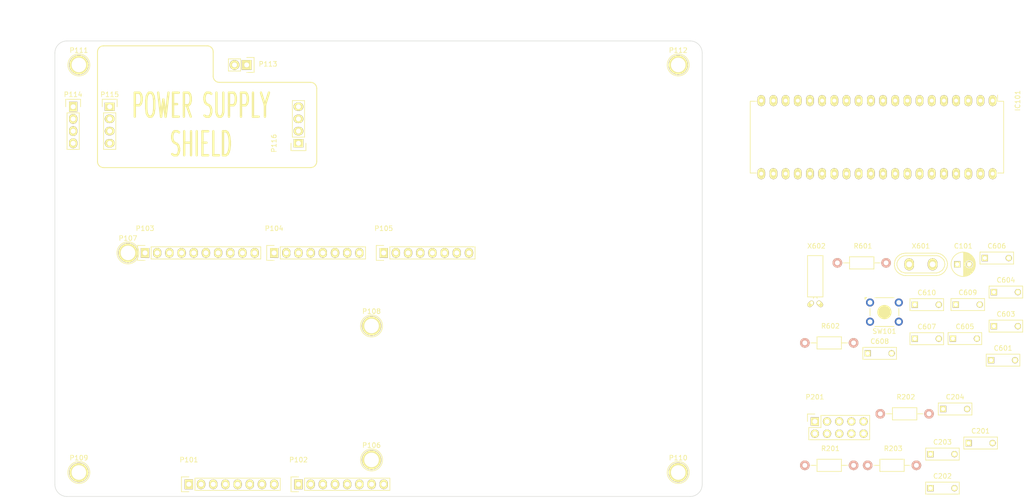
<source format=kicad_pcb>
(kicad_pcb (version 4) (host pcbnew 4.0.2+dfsg1-2~bpo8+1-stable)

  (general
    (links 97)
    (no_connects 97)
    (area 78.322539 41.617459 213.422541 136.717461)
    (thickness 1.6)
    (drawings 25)
    (tracks 0)
    (zones 0)
    (modules 40)
    (nets 44)
  )

  (page A4)
  (layers
    (0 F.Cu signal)
    (31 B.Cu signal)
    (32 B.Adhes user)
    (33 F.Adhes user)
    (34 B.Paste user)
    (35 F.Paste user)
    (36 B.SilkS user)
    (37 F.SilkS user)
    (38 B.Mask user)
    (39 F.Mask user)
    (40 Dwgs.User user)
    (41 Cmts.User user)
    (42 Eco1.User user)
    (43 Eco2.User user)
    (44 Edge.Cuts user)
    (45 Margin user)
    (46 B.CrtYd user)
    (47 F.CrtYd user)
    (48 B.Fab user)
    (49 F.Fab user)
  )

  (setup
    (last_trace_width 0.25)
    (trace_clearance 0.2)
    (zone_clearance 0.508)
    (zone_45_only no)
    (trace_min 0.2)
    (segment_width 0.2)
    (edge_width 0.15)
    (via_size 0.6)
    (via_drill 0.4)
    (via_min_size 0.4)
    (via_min_drill 0.3)
    (uvia_size 0.3)
    (uvia_drill 0.1)
    (uvias_allowed no)
    (uvia_min_size 0.2)
    (uvia_min_drill 0.1)
    (pcb_text_width 0.3)
    (pcb_text_size 1.5 1.5)
    (mod_edge_width 0.15)
    (mod_text_size 1 1)
    (mod_text_width 0.15)
    (pad_size 1.524 1.524)
    (pad_drill 0.762)
    (pad_to_mask_clearance 0.2)
    (aux_axis_origin 78.37 136.66)
    (grid_origin 78.37 136.66)
    (visible_elements FFFFFF7F)
    (pcbplotparams
      (layerselection 0x00030_80000001)
      (usegerberextensions false)
      (excludeedgelayer true)
      (linewidth 0.100000)
      (plotframeref false)
      (viasonmask false)
      (mode 1)
      (useauxorigin false)
      (hpglpennumber 1)
      (hpglpenspeed 20)
      (hpglpendiameter 15)
      (hpglpenoverlay 2)
      (psnegative false)
      (psa4output false)
      (plotreference true)
      (plotvalue true)
      (plotinvisibletext false)
      (padsonsilk false)
      (subtractmaskfromsilk false)
      (outputformat 1)
      (mirror false)
      (drillshape 1)
      (scaleselection 1)
      (outputdirectory ""))
  )

  (net 0 "")
  (net 1 /RESET)
  (net 2 GND)
  (net 3 /F1_output-a/CS_SD)
  (net 4 /F1_output-a/MOSI)
  (net 5 /F1_output-a/SCLK)
  (net 6 /F1_output-a/MISO)
  (net 7 +5V)
  (net 8 "Net-(C605-Pad2)")
  (net 9 "Net-(C606-Pad2)")
  (net 10 /AREF)
  (net 11 /data_power)
  (net 12 /SD2_power)
  (net 13 /speed1)
  (net 14 /speed2)
  (net 15 /data_reset)
  (net 16 /ftdi_rx)
  (net 17 /ftdi_tx)
  (net 18 /data_rx)
  (net 19 /data_tx)
  (net 20 /power_fail)
  (net 21 /data_io0)
  (net 22 /data_io1)
  (net 23 /data_cs)
  (net 24 /SCL)
  (net 25 /SDA)
  (net 26 /TCK)
  (net 27 /TMS)
  (net 28 /TDO)
  (net 29 /TDI)
  (net 30 /I4)
  (net 31 /I3)
  (net 32 /I2)
  (net 33 /I1)
  (net 34 /Udc)
  (net 35 /Uac)
  (net 36 /Utemp)
  (net 37 /Udir)
  (net 38 +3V3)
  (net 39 "Net-(R601-Pad1)")
  (net 40 "Net-(P114-Pad1)")
  (net 41 "Net-(P114-Pad2)")
  (net 42 "Net-(P114-Pad3)")
  (net 43 "Net-(P114-Pad4)")

  (net_class Default "This is the default net class."
    (clearance 0.2)
    (trace_width 0.25)
    (via_dia 0.6)
    (via_drill 0.4)
    (uvia_dia 0.3)
    (uvia_drill 0.1)
    (add_net +3V3)
    (add_net +5V)
    (add_net /AREF)
    (add_net /F1_output-a/CS_SD)
    (add_net /F1_output-a/MISO)
    (add_net /F1_output-a/MOSI)
    (add_net /F1_output-a/SCLK)
    (add_net /I1)
    (add_net /I2)
    (add_net /I3)
    (add_net /I4)
    (add_net /RESET)
    (add_net /SCL)
    (add_net /SD2_power)
    (add_net /SDA)
    (add_net /TCK)
    (add_net /TDI)
    (add_net /TDO)
    (add_net /TMS)
    (add_net /Uac)
    (add_net /Udc)
    (add_net /Udir)
    (add_net /Utemp)
    (add_net /data_cs)
    (add_net /data_io0)
    (add_net /data_io1)
    (add_net /data_power)
    (add_net /data_reset)
    (add_net /data_rx)
    (add_net /data_tx)
    (add_net /ftdi_rx)
    (add_net /ftdi_tx)
    (add_net /power_fail)
    (add_net /speed1)
    (add_net /speed2)
    (add_net GND)
    (add_net "Net-(C605-Pad2)")
    (add_net "Net-(C606-Pad2)")
    (add_net "Net-(P114-Pad1)")
    (add_net "Net-(P114-Pad2)")
    (add_net "Net-(P114-Pad3)")
    (add_net "Net-(P114-Pad4)")
    (add_net "Net-(R601-Pad1)")
  )

  (module Capacitors_ThroughHole:C_Radial_D5_L6_P2.5 (layer F.Cu) (tedit 0) (tstamp 58044A1D)
    (at 266.565001 88.245)
    (descr "Radial Electrolytic Capacitor Diameter 5mm x Length 6mm, Pitch 2.5mm")
    (tags "Electrolytic Capacitor")
    (path /580448C6)
    (fp_text reference C101 (at 1.25 -3.8) (layer F.SilkS)
      (effects (font (size 1 1) (thickness 0.15)))
    )
    (fp_text value 1u (at 1.25 3.8) (layer F.Fab)
      (effects (font (size 1 1) (thickness 0.15)))
    )
    (fp_line (start 1.325 -2.499) (end 1.325 2.499) (layer F.SilkS) (width 0.15))
    (fp_line (start 1.465 -2.491) (end 1.465 2.491) (layer F.SilkS) (width 0.15))
    (fp_line (start 1.605 -2.475) (end 1.605 -0.095) (layer F.SilkS) (width 0.15))
    (fp_line (start 1.605 0.095) (end 1.605 2.475) (layer F.SilkS) (width 0.15))
    (fp_line (start 1.745 -2.451) (end 1.745 -0.49) (layer F.SilkS) (width 0.15))
    (fp_line (start 1.745 0.49) (end 1.745 2.451) (layer F.SilkS) (width 0.15))
    (fp_line (start 1.885 -2.418) (end 1.885 -0.657) (layer F.SilkS) (width 0.15))
    (fp_line (start 1.885 0.657) (end 1.885 2.418) (layer F.SilkS) (width 0.15))
    (fp_line (start 2.025 -2.377) (end 2.025 -0.764) (layer F.SilkS) (width 0.15))
    (fp_line (start 2.025 0.764) (end 2.025 2.377) (layer F.SilkS) (width 0.15))
    (fp_line (start 2.165 -2.327) (end 2.165 -0.835) (layer F.SilkS) (width 0.15))
    (fp_line (start 2.165 0.835) (end 2.165 2.327) (layer F.SilkS) (width 0.15))
    (fp_line (start 2.305 -2.266) (end 2.305 -0.879) (layer F.SilkS) (width 0.15))
    (fp_line (start 2.305 0.879) (end 2.305 2.266) (layer F.SilkS) (width 0.15))
    (fp_line (start 2.445 -2.196) (end 2.445 -0.898) (layer F.SilkS) (width 0.15))
    (fp_line (start 2.445 0.898) (end 2.445 2.196) (layer F.SilkS) (width 0.15))
    (fp_line (start 2.585 -2.114) (end 2.585 -0.896) (layer F.SilkS) (width 0.15))
    (fp_line (start 2.585 0.896) (end 2.585 2.114) (layer F.SilkS) (width 0.15))
    (fp_line (start 2.725 -2.019) (end 2.725 -0.871) (layer F.SilkS) (width 0.15))
    (fp_line (start 2.725 0.871) (end 2.725 2.019) (layer F.SilkS) (width 0.15))
    (fp_line (start 2.865 -1.908) (end 2.865 -0.823) (layer F.SilkS) (width 0.15))
    (fp_line (start 2.865 0.823) (end 2.865 1.908) (layer F.SilkS) (width 0.15))
    (fp_line (start 3.005 -1.78) (end 3.005 -0.745) (layer F.SilkS) (width 0.15))
    (fp_line (start 3.005 0.745) (end 3.005 1.78) (layer F.SilkS) (width 0.15))
    (fp_line (start 3.145 -1.631) (end 3.145 -0.628) (layer F.SilkS) (width 0.15))
    (fp_line (start 3.145 0.628) (end 3.145 1.631) (layer F.SilkS) (width 0.15))
    (fp_line (start 3.285 -1.452) (end 3.285 -0.44) (layer F.SilkS) (width 0.15))
    (fp_line (start 3.285 0.44) (end 3.285 1.452) (layer F.SilkS) (width 0.15))
    (fp_line (start 3.425 -1.233) (end 3.425 1.233) (layer F.SilkS) (width 0.15))
    (fp_line (start 3.565 -0.944) (end 3.565 0.944) (layer F.SilkS) (width 0.15))
    (fp_line (start 3.705 -0.472) (end 3.705 0.472) (layer F.SilkS) (width 0.15))
    (fp_circle (center 2.5 0) (end 2.5 -0.9) (layer F.SilkS) (width 0.15))
    (fp_circle (center 1.25 0) (end 1.25 -2.5375) (layer F.SilkS) (width 0.15))
    (fp_circle (center 1.25 0) (end 1.25 -2.8) (layer F.CrtYd) (width 0.05))
    (pad 1 thru_hole rect (at 0 0) (size 1.3 1.3) (drill 0.8) (layers *.Cu *.Mask F.SilkS)
      (net 1 /RESET))
    (pad 2 thru_hole circle (at 2.5 0) (size 1.3 1.3) (drill 0.8) (layers *.Cu *.Mask F.SilkS)
      (net 2 GND))
    (model Capacitors_ThroughHole.3dshapes/C_Radial_D5_L6_P2.5.wrl
      (at (xyz 0.0492126 0 0))
      (scale (xyz 1 1 1))
      (rotate (xyz 0 0 90))
    )
  )

  (module Capacitors_ThroughHole:C_Rect_L7_W2.5_P5 (layer F.Cu) (tedit 0) (tstamp 58044A23)
    (at 268.935001 125.525)
    (descr "Film Capacitor Length 7mm x Width 2.5mm, Pitch 5mm")
    (tags Capacitor)
    (path /5804AD31/5804B457)
    (fp_text reference C201 (at 2.5 -2.5) (layer F.SilkS)
      (effects (font (size 1 1) (thickness 0.15)))
    )
    (fp_text value 47p (at 2.5 2.5) (layer F.Fab)
      (effects (font (size 1 1) (thickness 0.15)))
    )
    (fp_line (start -1.25 -1.5) (end 6.25 -1.5) (layer F.CrtYd) (width 0.05))
    (fp_line (start 6.25 -1.5) (end 6.25 1.5) (layer F.CrtYd) (width 0.05))
    (fp_line (start 6.25 1.5) (end -1.25 1.5) (layer F.CrtYd) (width 0.05))
    (fp_line (start -1.25 1.5) (end -1.25 -1.5) (layer F.CrtYd) (width 0.05))
    (fp_line (start -1 -1.25) (end 6 -1.25) (layer F.SilkS) (width 0.15))
    (fp_line (start 6 -1.25) (end 6 1.25) (layer F.SilkS) (width 0.15))
    (fp_line (start 6 1.25) (end -1 1.25) (layer F.SilkS) (width 0.15))
    (fp_line (start -1 1.25) (end -1 -1.25) (layer F.SilkS) (width 0.15))
    (pad 1 thru_hole rect (at 0 0) (size 1.3 1.3) (drill 0.8) (layers *.Cu *.Mask F.SilkS)
      (net 2 GND))
    (pad 2 thru_hole circle (at 5 0) (size 1.3 1.3) (drill 0.8) (layers *.Cu *.Mask F.SilkS)
      (net 3 /F1_output-a/CS_SD))
  )

  (module Capacitors_ThroughHole:C_Rect_L7_W2.5_P5 (layer F.Cu) (tedit 0) (tstamp 58044A29)
    (at 260.985001 134.935)
    (descr "Film Capacitor Length 7mm x Width 2.5mm, Pitch 5mm")
    (tags Capacitor)
    (path /5804AD31/5804B46F)
    (fp_text reference C202 (at 2.5 -2.5) (layer F.SilkS)
      (effects (font (size 1 1) (thickness 0.15)))
    )
    (fp_text value 47p (at 2.5 2.5) (layer F.Fab)
      (effects (font (size 1 1) (thickness 0.15)))
    )
    (fp_line (start -1.25 -1.5) (end 6.25 -1.5) (layer F.CrtYd) (width 0.05))
    (fp_line (start 6.25 -1.5) (end 6.25 1.5) (layer F.CrtYd) (width 0.05))
    (fp_line (start 6.25 1.5) (end -1.25 1.5) (layer F.CrtYd) (width 0.05))
    (fp_line (start -1.25 1.5) (end -1.25 -1.5) (layer F.CrtYd) (width 0.05))
    (fp_line (start -1 -1.25) (end 6 -1.25) (layer F.SilkS) (width 0.15))
    (fp_line (start 6 -1.25) (end 6 1.25) (layer F.SilkS) (width 0.15))
    (fp_line (start 6 1.25) (end -1 1.25) (layer F.SilkS) (width 0.15))
    (fp_line (start -1 1.25) (end -1 -1.25) (layer F.SilkS) (width 0.15))
    (pad 1 thru_hole rect (at 0 0) (size 1.3 1.3) (drill 0.8) (layers *.Cu *.Mask F.SilkS)
      (net 2 GND))
    (pad 2 thru_hole circle (at 5 0) (size 1.3 1.3) (drill 0.8) (layers *.Cu *.Mask F.SilkS)
      (net 4 /F1_output-a/MOSI))
  )

  (module Capacitors_ThroughHole:C_Rect_L7_W2.5_P5 (layer F.Cu) (tedit 0) (tstamp 58044A2F)
    (at 260.985001 127.835)
    (descr "Film Capacitor Length 7mm x Width 2.5mm, Pitch 5mm")
    (tags Capacitor)
    (path /5804AD31/5804B486)
    (fp_text reference C203 (at 2.5 -2.5) (layer F.SilkS)
      (effects (font (size 1 1) (thickness 0.15)))
    )
    (fp_text value 47p (at 2.5 2.5) (layer F.Fab)
      (effects (font (size 1 1) (thickness 0.15)))
    )
    (fp_line (start -1.25 -1.5) (end 6.25 -1.5) (layer F.CrtYd) (width 0.05))
    (fp_line (start 6.25 -1.5) (end 6.25 1.5) (layer F.CrtYd) (width 0.05))
    (fp_line (start 6.25 1.5) (end -1.25 1.5) (layer F.CrtYd) (width 0.05))
    (fp_line (start -1.25 1.5) (end -1.25 -1.5) (layer F.CrtYd) (width 0.05))
    (fp_line (start -1 -1.25) (end 6 -1.25) (layer F.SilkS) (width 0.15))
    (fp_line (start 6 -1.25) (end 6 1.25) (layer F.SilkS) (width 0.15))
    (fp_line (start 6 1.25) (end -1 1.25) (layer F.SilkS) (width 0.15))
    (fp_line (start -1 1.25) (end -1 -1.25) (layer F.SilkS) (width 0.15))
    (pad 1 thru_hole rect (at 0 0) (size 1.3 1.3) (drill 0.8) (layers *.Cu *.Mask F.SilkS)
      (net 2 GND))
    (pad 2 thru_hole circle (at 5 0) (size 1.3 1.3) (drill 0.8) (layers *.Cu *.Mask F.SilkS)
      (net 5 /F1_output-a/SCLK))
  )

  (module Capacitors_ThroughHole:C_Rect_L7_W2.5_P5 (layer F.Cu) (tedit 0) (tstamp 58044A35)
    (at 263.615001 118.425)
    (descr "Film Capacitor Length 7mm x Width 2.5mm, Pitch 5mm")
    (tags Capacitor)
    (path /5804AD31/5804B476)
    (fp_text reference C204 (at 2.5 -2.5) (layer F.SilkS)
      (effects (font (size 1 1) (thickness 0.15)))
    )
    (fp_text value 47p (at 2.5 2.5) (layer F.Fab)
      (effects (font (size 1 1) (thickness 0.15)))
    )
    (fp_line (start -1.25 -1.5) (end 6.25 -1.5) (layer F.CrtYd) (width 0.05))
    (fp_line (start 6.25 -1.5) (end 6.25 1.5) (layer F.CrtYd) (width 0.05))
    (fp_line (start 6.25 1.5) (end -1.25 1.5) (layer F.CrtYd) (width 0.05))
    (fp_line (start -1.25 1.5) (end -1.25 -1.5) (layer F.CrtYd) (width 0.05))
    (fp_line (start -1 -1.25) (end 6 -1.25) (layer F.SilkS) (width 0.15))
    (fp_line (start 6 -1.25) (end 6 1.25) (layer F.SilkS) (width 0.15))
    (fp_line (start 6 1.25) (end -1 1.25) (layer F.SilkS) (width 0.15))
    (fp_line (start -1 1.25) (end -1 -1.25) (layer F.SilkS) (width 0.15))
    (pad 1 thru_hole rect (at 0 0) (size 1.3 1.3) (drill 0.8) (layers *.Cu *.Mask F.SilkS)
      (net 2 GND))
    (pad 2 thru_hole circle (at 5 0) (size 1.3 1.3) (drill 0.8) (layers *.Cu *.Mask F.SilkS)
      (net 6 /F1_output-a/MISO))
  )

  (module Capacitors_ThroughHole:C_Rect_L7_W2.5_P5 (layer F.Cu) (tedit 0) (tstamp 58044A3B)
    (at 273.615001 108.245)
    (descr "Film Capacitor Length 7mm x Width 2.5mm, Pitch 5mm")
    (tags Capacitor)
    (path /55D2289E)
    (fp_text reference C601 (at 2.5 -2.5) (layer F.SilkS)
      (effects (font (size 1 1) (thickness 0.15)))
    )
    (fp_text value 100n (at 2.5 2.5) (layer F.Fab)
      (effects (font (size 1 1) (thickness 0.15)))
    )
    (fp_line (start -1.25 -1.5) (end 6.25 -1.5) (layer F.CrtYd) (width 0.05))
    (fp_line (start 6.25 -1.5) (end 6.25 1.5) (layer F.CrtYd) (width 0.05))
    (fp_line (start 6.25 1.5) (end -1.25 1.5) (layer F.CrtYd) (width 0.05))
    (fp_line (start -1.25 1.5) (end -1.25 -1.5) (layer F.CrtYd) (width 0.05))
    (fp_line (start -1 -1.25) (end 6 -1.25) (layer F.SilkS) (width 0.15))
    (fp_line (start 6 -1.25) (end 6 1.25) (layer F.SilkS) (width 0.15))
    (fp_line (start 6 1.25) (end -1 1.25) (layer F.SilkS) (width 0.15))
    (fp_line (start -1 1.25) (end -1 -1.25) (layer F.SilkS) (width 0.15))
    (pad 1 thru_hole rect (at 0 0) (size 1.3 1.3) (drill 0.8) (layers *.Cu *.Mask F.SilkS)
      (net 7 +5V))
    (pad 2 thru_hole circle (at 5 0) (size 1.3 1.3) (drill 0.8) (layers *.Cu *.Mask F.SilkS)
      (net 2 GND))
  )

  (module Capacitors_ThroughHole:C_Rect_L7_W2.5_P5 (layer F.Cu) (tedit 0) (tstamp 58044A41)
    (at 274.215001 101.145)
    (descr "Film Capacitor Length 7mm x Width 2.5mm, Pitch 5mm")
    (tags Capacitor)
    (path /55D228B0)
    (fp_text reference C603 (at 2.5 -2.5) (layer F.SilkS)
      (effects (font (size 1 1) (thickness 0.15)))
    )
    (fp_text value 100n (at 2.5 2.5) (layer F.Fab)
      (effects (font (size 1 1) (thickness 0.15)))
    )
    (fp_line (start -1.25 -1.5) (end 6.25 -1.5) (layer F.CrtYd) (width 0.05))
    (fp_line (start 6.25 -1.5) (end 6.25 1.5) (layer F.CrtYd) (width 0.05))
    (fp_line (start 6.25 1.5) (end -1.25 1.5) (layer F.CrtYd) (width 0.05))
    (fp_line (start -1.25 1.5) (end -1.25 -1.5) (layer F.CrtYd) (width 0.05))
    (fp_line (start -1 -1.25) (end 6 -1.25) (layer F.SilkS) (width 0.15))
    (fp_line (start 6 -1.25) (end 6 1.25) (layer F.SilkS) (width 0.15))
    (fp_line (start 6 1.25) (end -1 1.25) (layer F.SilkS) (width 0.15))
    (fp_line (start -1 1.25) (end -1 -1.25) (layer F.SilkS) (width 0.15))
    (pad 1 thru_hole rect (at 0 0) (size 1.3 1.3) (drill 0.8) (layers *.Cu *.Mask F.SilkS)
      (net 7 +5V))
    (pad 2 thru_hole circle (at 5 0) (size 1.3 1.3) (drill 0.8) (layers *.Cu *.Mask F.SilkS)
      (net 2 GND))
  )

  (module Capacitors_ThroughHole:C_Rect_L7_W2.5_P5 (layer F.Cu) (tedit 0) (tstamp 58044A47)
    (at 274.215001 94.045)
    (descr "Film Capacitor Length 7mm x Width 2.5mm, Pitch 5mm")
    (tags Capacitor)
    (path /55D228B6)
    (fp_text reference C604 (at 2.5 -2.5) (layer F.SilkS)
      (effects (font (size 1 1) (thickness 0.15)))
    )
    (fp_text value 100n (at 2.5 2.5) (layer F.Fab)
      (effects (font (size 1 1) (thickness 0.15)))
    )
    (fp_line (start -1.25 -1.5) (end 6.25 -1.5) (layer F.CrtYd) (width 0.05))
    (fp_line (start 6.25 -1.5) (end 6.25 1.5) (layer F.CrtYd) (width 0.05))
    (fp_line (start 6.25 1.5) (end -1.25 1.5) (layer F.CrtYd) (width 0.05))
    (fp_line (start -1.25 1.5) (end -1.25 -1.5) (layer F.CrtYd) (width 0.05))
    (fp_line (start -1 -1.25) (end 6 -1.25) (layer F.SilkS) (width 0.15))
    (fp_line (start 6 -1.25) (end 6 1.25) (layer F.SilkS) (width 0.15))
    (fp_line (start 6 1.25) (end -1 1.25) (layer F.SilkS) (width 0.15))
    (fp_line (start -1 1.25) (end -1 -1.25) (layer F.SilkS) (width 0.15))
    (pad 1 thru_hole rect (at 0 0) (size 1.3 1.3) (drill 0.8) (layers *.Cu *.Mask F.SilkS)
      (net 7 +5V))
    (pad 2 thru_hole circle (at 5 0) (size 1.3 1.3) (drill 0.8) (layers *.Cu *.Mask F.SilkS)
      (net 2 GND))
  )

  (module Capacitors_ThroughHole:C_Rect_L7_W2.5_P5 (layer F.Cu) (tedit 0) (tstamp 58044A4D)
    (at 265.665001 103.745)
    (descr "Film Capacitor Length 7mm x Width 2.5mm, Pitch 5mm")
    (tags Capacitor)
    (path /55CF12A3)
    (fp_text reference C605 (at 2.5 -2.5) (layer F.SilkS)
      (effects (font (size 1 1) (thickness 0.15)))
    )
    (fp_text value 20p (at 2.5 2.5) (layer F.Fab)
      (effects (font (size 1 1) (thickness 0.15)))
    )
    (fp_line (start -1.25 -1.5) (end 6.25 -1.5) (layer F.CrtYd) (width 0.05))
    (fp_line (start 6.25 -1.5) (end 6.25 1.5) (layer F.CrtYd) (width 0.05))
    (fp_line (start 6.25 1.5) (end -1.25 1.5) (layer F.CrtYd) (width 0.05))
    (fp_line (start -1.25 1.5) (end -1.25 -1.5) (layer F.CrtYd) (width 0.05))
    (fp_line (start -1 -1.25) (end 6 -1.25) (layer F.SilkS) (width 0.15))
    (fp_line (start 6 -1.25) (end 6 1.25) (layer F.SilkS) (width 0.15))
    (fp_line (start 6 1.25) (end -1 1.25) (layer F.SilkS) (width 0.15))
    (fp_line (start -1 1.25) (end -1 -1.25) (layer F.SilkS) (width 0.15))
    (pad 1 thru_hole rect (at 0 0) (size 1.3 1.3) (drill 0.8) (layers *.Cu *.Mask F.SilkS)
      (net 2 GND))
    (pad 2 thru_hole circle (at 5 0) (size 1.3 1.3) (drill 0.8) (layers *.Cu *.Mask F.SilkS)
      (net 8 "Net-(C605-Pad2)"))
  )

  (module Capacitors_ThroughHole:C_Rect_L7_W2.5_P5 (layer F.Cu) (tedit 0) (tstamp 58044A53)
    (at 272.315001 86.945)
    (descr "Film Capacitor Length 7mm x Width 2.5mm, Pitch 5mm")
    (tags Capacitor)
    (path /55CF12B2)
    (fp_text reference C606 (at 2.5 -2.5) (layer F.SilkS)
      (effects (font (size 1 1) (thickness 0.15)))
    )
    (fp_text value 20p (at 2.5 2.5) (layer F.Fab)
      (effects (font (size 1 1) (thickness 0.15)))
    )
    (fp_line (start -1.25 -1.5) (end 6.25 -1.5) (layer F.CrtYd) (width 0.05))
    (fp_line (start 6.25 -1.5) (end 6.25 1.5) (layer F.CrtYd) (width 0.05))
    (fp_line (start 6.25 1.5) (end -1.25 1.5) (layer F.CrtYd) (width 0.05))
    (fp_line (start -1.25 1.5) (end -1.25 -1.5) (layer F.CrtYd) (width 0.05))
    (fp_line (start -1 -1.25) (end 6 -1.25) (layer F.SilkS) (width 0.15))
    (fp_line (start 6 -1.25) (end 6 1.25) (layer F.SilkS) (width 0.15))
    (fp_line (start 6 1.25) (end -1 1.25) (layer F.SilkS) (width 0.15))
    (fp_line (start -1 1.25) (end -1 -1.25) (layer F.SilkS) (width 0.15))
    (pad 1 thru_hole rect (at 0 0) (size 1.3 1.3) (drill 0.8) (layers *.Cu *.Mask F.SilkS)
      (net 2 GND))
    (pad 2 thru_hole circle (at 5 0) (size 1.3 1.3) (drill 0.8) (layers *.Cu *.Mask F.SilkS)
      (net 9 "Net-(C606-Pad2)"))
  )

  (module Capacitors_ThroughHole:C_Rect_L7_W2.5_P5 (layer F.Cu) (tedit 0) (tstamp 58044A59)
    (at 257.715001 103.765)
    (descr "Film Capacitor Length 7mm x Width 2.5mm, Pitch 5mm")
    (tags Capacitor)
    (path /55D35529)
    (fp_text reference C607 (at 2.5 -2.5) (layer F.SilkS)
      (effects (font (size 1 1) (thickness 0.15)))
    )
    (fp_text value 100n (at 2.5 2.5) (layer F.Fab)
      (effects (font (size 1 1) (thickness 0.15)))
    )
    (fp_line (start -1.25 -1.5) (end 6.25 -1.5) (layer F.CrtYd) (width 0.05))
    (fp_line (start 6.25 -1.5) (end 6.25 1.5) (layer F.CrtYd) (width 0.05))
    (fp_line (start 6.25 1.5) (end -1.25 1.5) (layer F.CrtYd) (width 0.05))
    (fp_line (start -1.25 1.5) (end -1.25 -1.5) (layer F.CrtYd) (width 0.05))
    (fp_line (start -1 -1.25) (end 6 -1.25) (layer F.SilkS) (width 0.15))
    (fp_line (start 6 -1.25) (end 6 1.25) (layer F.SilkS) (width 0.15))
    (fp_line (start 6 1.25) (end -1 1.25) (layer F.SilkS) (width 0.15))
    (fp_line (start -1 1.25) (end -1 -1.25) (layer F.SilkS) (width 0.15))
    (pad 1 thru_hole rect (at 0 0) (size 1.3 1.3) (drill 0.8) (layers *.Cu *.Mask F.SilkS)
      (net 10 /AREF))
    (pad 2 thru_hole circle (at 5 0) (size 1.3 1.3) (drill 0.8) (layers *.Cu *.Mask F.SilkS)
      (net 2 GND))
  )

  (module Capacitors_ThroughHole:C_Rect_L7_W2.5_P5 (layer F.Cu) (tedit 0) (tstamp 58044A5F)
    (at 247.885001 106.815)
    (descr "Film Capacitor Length 7mm x Width 2.5mm, Pitch 5mm")
    (tags Capacitor)
    (path /55D1BE46)
    (fp_text reference C608 (at 2.5 -2.5) (layer F.SilkS)
      (effects (font (size 1 1) (thickness 0.15)))
    )
    (fp_text value 100n (at 2.5 2.5) (layer F.Fab)
      (effects (font (size 1 1) (thickness 0.15)))
    )
    (fp_line (start -1.25 -1.5) (end 6.25 -1.5) (layer F.CrtYd) (width 0.05))
    (fp_line (start 6.25 -1.5) (end 6.25 1.5) (layer F.CrtYd) (width 0.05))
    (fp_line (start 6.25 1.5) (end -1.25 1.5) (layer F.CrtYd) (width 0.05))
    (fp_line (start -1.25 1.5) (end -1.25 -1.5) (layer F.CrtYd) (width 0.05))
    (fp_line (start -1 -1.25) (end 6 -1.25) (layer F.SilkS) (width 0.15))
    (fp_line (start 6 -1.25) (end 6 1.25) (layer F.SilkS) (width 0.15))
    (fp_line (start 6 1.25) (end -1 1.25) (layer F.SilkS) (width 0.15))
    (fp_line (start -1 1.25) (end -1 -1.25) (layer F.SilkS) (width 0.15))
    (pad 1 thru_hole rect (at 0 0) (size 1.3 1.3) (drill 0.8) (layers *.Cu *.Mask F.SilkS)
      (net 7 +5V))
    (pad 2 thru_hole circle (at 5 0) (size 1.3 1.3) (drill 0.8) (layers *.Cu *.Mask F.SilkS)
      (net 2 GND))
  )

  (module Capacitors_ThroughHole:C_Rect_L7_W2.5_P5 (layer F.Cu) (tedit 0) (tstamp 58044A65)
    (at 266.265001 96.645)
    (descr "Film Capacitor Length 7mm x Width 2.5mm, Pitch 5mm")
    (tags Capacitor)
    (path /57E68F53)
    (fp_text reference C609 (at 2.5 -2.5) (layer F.SilkS)
      (effects (font (size 1 1) (thickness 0.15)))
    )
    (fp_text value 20p (at 2.5 2.5) (layer F.Fab)
      (effects (font (size 1 1) (thickness 0.15)))
    )
    (fp_line (start -1.25 -1.5) (end 6.25 -1.5) (layer F.CrtYd) (width 0.05))
    (fp_line (start 6.25 -1.5) (end 6.25 1.5) (layer F.CrtYd) (width 0.05))
    (fp_line (start 6.25 1.5) (end -1.25 1.5) (layer F.CrtYd) (width 0.05))
    (fp_line (start -1.25 1.5) (end -1.25 -1.5) (layer F.CrtYd) (width 0.05))
    (fp_line (start -1 -1.25) (end 6 -1.25) (layer F.SilkS) (width 0.15))
    (fp_line (start 6 -1.25) (end 6 1.25) (layer F.SilkS) (width 0.15))
    (fp_line (start 6 1.25) (end -1 1.25) (layer F.SilkS) (width 0.15))
    (fp_line (start -1 1.25) (end -1 -1.25) (layer F.SilkS) (width 0.15))
    (pad 1 thru_hole rect (at 0 0) (size 1.3 1.3) (drill 0.8) (layers *.Cu *.Mask F.SilkS)
      (net 2 GND))
    (pad 2 thru_hole circle (at 5 0) (size 1.3 1.3) (drill 0.8) (layers *.Cu *.Mask F.SilkS)
      (net 11 /data_power))
  )

  (module Capacitors_ThroughHole:C_Rect_L7_W2.5_P5 (layer F.Cu) (tedit 0) (tstamp 58044A6B)
    (at 257.715001 96.665)
    (descr "Film Capacitor Length 7mm x Width 2.5mm, Pitch 5mm")
    (tags Capacitor)
    (path /57E68FAA)
    (fp_text reference C610 (at 2.5 -2.5) (layer F.SilkS)
      (effects (font (size 1 1) (thickness 0.15)))
    )
    (fp_text value 20p (at 2.5 2.5) (layer F.Fab)
      (effects (font (size 1 1) (thickness 0.15)))
    )
    (fp_line (start -1.25 -1.5) (end 6.25 -1.5) (layer F.CrtYd) (width 0.05))
    (fp_line (start 6.25 -1.5) (end 6.25 1.5) (layer F.CrtYd) (width 0.05))
    (fp_line (start 6.25 1.5) (end -1.25 1.5) (layer F.CrtYd) (width 0.05))
    (fp_line (start -1.25 1.5) (end -1.25 -1.5) (layer F.CrtYd) (width 0.05))
    (fp_line (start -1 -1.25) (end 6 -1.25) (layer F.SilkS) (width 0.15))
    (fp_line (start 6 -1.25) (end 6 1.25) (layer F.SilkS) (width 0.15))
    (fp_line (start 6 1.25) (end -1 1.25) (layer F.SilkS) (width 0.15))
    (fp_line (start -1 1.25) (end -1 -1.25) (layer F.SilkS) (width 0.15))
    (pad 1 thru_hole rect (at 0 0) (size 1.3 1.3) (drill 0.8) (layers *.Cu *.Mask F.SilkS)
      (net 2 GND))
    (pad 2 thru_hole circle (at 5 0) (size 1.3 1.3) (drill 0.8) (layers *.Cu *.Mask F.SilkS)
      (net 12 /SD2_power))
  )

  (module Housings_DIP:DIP-40_W15.24mm_LongPads (layer F.Cu) (tedit 54130A77) (tstamp 58044A97)
    (at 273.95 54.11 270)
    (descr "40-lead dip package, row spacing 15.24 mm (600 mils), longer pads")
    (tags "dil dip 2.54 600")
    (path /5804D908)
    (fp_text reference IC101 (at 0 -5.22 270) (layer F.SilkS)
      (effects (font (size 1 1) (thickness 0.15)))
    )
    (fp_text value ATMEGA1284-P (at 0 -3.72 270) (layer F.Fab)
      (effects (font (size 1 1) (thickness 0.15)))
    )
    (fp_line (start -1.4 -2.45) (end -1.4 50.75) (layer F.CrtYd) (width 0.05))
    (fp_line (start 16.65 -2.45) (end 16.65 50.75) (layer F.CrtYd) (width 0.05))
    (fp_line (start -1.4 -2.45) (end 16.65 -2.45) (layer F.CrtYd) (width 0.05))
    (fp_line (start -1.4 50.75) (end 16.65 50.75) (layer F.CrtYd) (width 0.05))
    (fp_line (start 0.135 -2.295) (end 0.135 -1.025) (layer F.SilkS) (width 0.15))
    (fp_line (start 15.105 -2.295) (end 15.105 -1.025) (layer F.SilkS) (width 0.15))
    (fp_line (start 15.105 50.555) (end 15.105 49.285) (layer F.SilkS) (width 0.15))
    (fp_line (start 0.135 50.555) (end 0.135 49.285) (layer F.SilkS) (width 0.15))
    (fp_line (start 0.135 -2.295) (end 15.105 -2.295) (layer F.SilkS) (width 0.15))
    (fp_line (start 0.135 50.555) (end 15.105 50.555) (layer F.SilkS) (width 0.15))
    (fp_line (start 0.135 -1.025) (end -1.15 -1.025) (layer F.SilkS) (width 0.15))
    (pad 1 thru_hole oval (at 0 0 270) (size 2.3 1.6) (drill 0.8) (layers *.Cu *.Mask F.SilkS)
      (net 13 /speed1))
    (pad 2 thru_hole oval (at 0 2.54 270) (size 2.3 1.6) (drill 0.8) (layers *.Cu *.Mask F.SilkS)
      (net 14 /speed2))
    (pad 3 thru_hole oval (at 0 5.08 270) (size 2.3 1.6) (drill 0.8) (layers *.Cu *.Mask F.SilkS)
      (net 3 /F1_output-a/CS_SD))
    (pad 4 thru_hole oval (at 0 7.62 270) (size 2.3 1.6) (drill 0.8) (layers *.Cu *.Mask F.SilkS))
    (pad 5 thru_hole oval (at 0 10.16 270) (size 2.3 1.6) (drill 0.8) (layers *.Cu *.Mask F.SilkS)
      (net 15 /data_reset))
    (pad 6 thru_hole oval (at 0 12.7 270) (size 2.3 1.6) (drill 0.8) (layers *.Cu *.Mask F.SilkS)
      (net 4 /F1_output-a/MOSI))
    (pad 7 thru_hole oval (at 0 15.24 270) (size 2.3 1.6) (drill 0.8) (layers *.Cu *.Mask F.SilkS)
      (net 6 /F1_output-a/MISO))
    (pad 8 thru_hole oval (at 0 17.78 270) (size 2.3 1.6) (drill 0.8) (layers *.Cu *.Mask F.SilkS)
      (net 5 /F1_output-a/SCLK))
    (pad 9 thru_hole oval (at 0 20.32 270) (size 2.3 1.6) (drill 0.8) (layers *.Cu *.Mask F.SilkS)
      (net 1 /RESET))
    (pad 10 thru_hole oval (at 0 22.86 270) (size 2.3 1.6) (drill 0.8) (layers *.Cu *.Mask F.SilkS)
      (net 7 +5V))
    (pad 11 thru_hole oval (at 0 25.4 270) (size 2.3 1.6) (drill 0.8) (layers *.Cu *.Mask F.SilkS)
      (net 2 GND))
    (pad 12 thru_hole oval (at 0 27.94 270) (size 2.3 1.6) (drill 0.8) (layers *.Cu *.Mask F.SilkS)
      (net 8 "Net-(C605-Pad2)"))
    (pad 13 thru_hole oval (at 0 30.48 270) (size 2.3 1.6) (drill 0.8) (layers *.Cu *.Mask F.SilkS)
      (net 9 "Net-(C606-Pad2)"))
    (pad 14 thru_hole oval (at 0 33.02 270) (size 2.3 1.6) (drill 0.8) (layers *.Cu *.Mask F.SilkS)
      (net 16 /ftdi_rx))
    (pad 15 thru_hole oval (at 0 35.56 270) (size 2.3 1.6) (drill 0.8) (layers *.Cu *.Mask F.SilkS)
      (net 17 /ftdi_tx))
    (pad 16 thru_hole oval (at 0 38.1 270) (size 2.3 1.6) (drill 0.8) (layers *.Cu *.Mask F.SilkS)
      (net 18 /data_rx))
    (pad 17 thru_hole oval (at 0 40.64 270) (size 2.3 1.6) (drill 0.8) (layers *.Cu *.Mask F.SilkS)
      (net 19 /data_tx))
    (pad 18 thru_hole oval (at 0 43.18 270) (size 2.3 1.6) (drill 0.8) (layers *.Cu *.Mask F.SilkS)
      (net 20 /power_fail))
    (pad 19 thru_hole oval (at 0 45.72 270) (size 2.3 1.6) (drill 0.8) (layers *.Cu *.Mask F.SilkS)
      (net 21 /data_io0))
    (pad 20 thru_hole oval (at 0 48.26 270) (size 2.3 1.6) (drill 0.8) (layers *.Cu *.Mask F.SilkS)
      (net 22 /data_io1))
    (pad 21 thru_hole oval (at 15.24 48.26 270) (size 2.3 1.6) (drill 0.8) (layers *.Cu *.Mask F.SilkS)
      (net 23 /data_cs))
    (pad 22 thru_hole oval (at 15.24 45.72 270) (size 2.3 1.6) (drill 0.8) (layers *.Cu *.Mask F.SilkS)
      (net 24 /SCL))
    (pad 23 thru_hole oval (at 15.24 43.18 270) (size 2.3 1.6) (drill 0.8) (layers *.Cu *.Mask F.SilkS)
      (net 25 /SDA))
    (pad 24 thru_hole oval (at 15.24 40.64 270) (size 2.3 1.6) (drill 0.8) (layers *.Cu *.Mask F.SilkS)
      (net 26 /TCK))
    (pad 25 thru_hole oval (at 15.24 38.1 270) (size 2.3 1.6) (drill 0.8) (layers *.Cu *.Mask F.SilkS)
      (net 27 /TMS))
    (pad 26 thru_hole oval (at 15.24 35.56 270) (size 2.3 1.6) (drill 0.8) (layers *.Cu *.Mask F.SilkS)
      (net 28 /TDO))
    (pad 27 thru_hole oval (at 15.24 33.02 270) (size 2.3 1.6) (drill 0.8) (layers *.Cu *.Mask F.SilkS)
      (net 29 /TDI))
    (pad 28 thru_hole oval (at 15.24 30.48 270) (size 2.3 1.6) (drill 0.8) (layers *.Cu *.Mask F.SilkS)
      (net 11 /data_power))
    (pad 29 thru_hole oval (at 15.24 27.94 270) (size 2.3 1.6) (drill 0.8) (layers *.Cu *.Mask F.SilkS)
      (net 12 /SD2_power))
    (pad 30 thru_hole oval (at 15.24 25.4 270) (size 2.3 1.6) (drill 0.8) (layers *.Cu *.Mask F.SilkS)
      (net 7 +5V))
    (pad 31 thru_hole oval (at 15.24 22.86 270) (size 2.3 1.6) (drill 0.8) (layers *.Cu *.Mask F.SilkS)
      (net 2 GND))
    (pad 32 thru_hole oval (at 15.24 20.32 270) (size 2.3 1.6) (drill 0.8) (layers *.Cu *.Mask F.SilkS)
      (net 10 /AREF))
    (pad 33 thru_hole oval (at 15.24 17.78 270) (size 2.3 1.6) (drill 0.8) (layers *.Cu *.Mask F.SilkS)
      (net 30 /I4))
    (pad 34 thru_hole oval (at 15.24 15.24 270) (size 2.3 1.6) (drill 0.8) (layers *.Cu *.Mask F.SilkS)
      (net 31 /I3))
    (pad 35 thru_hole oval (at 15.24 12.7 270) (size 2.3 1.6) (drill 0.8) (layers *.Cu *.Mask F.SilkS)
      (net 32 /I2))
    (pad 36 thru_hole oval (at 15.24 10.16 270) (size 2.3 1.6) (drill 0.8) (layers *.Cu *.Mask F.SilkS)
      (net 33 /I1))
    (pad 37 thru_hole oval (at 15.24 7.62 270) (size 2.3 1.6) (drill 0.8) (layers *.Cu *.Mask F.SilkS)
      (net 34 /Udc))
    (pad 38 thru_hole oval (at 15.24 5.08 270) (size 2.3 1.6) (drill 0.8) (layers *.Cu *.Mask F.SilkS)
      (net 35 /Uac))
    (pad 39 thru_hole oval (at 15.24 2.54 270) (size 2.3 1.6) (drill 0.8) (layers *.Cu *.Mask F.SilkS)
      (net 36 /Utemp))
    (pad 40 thru_hole oval (at 15.24 0 270) (size 2.3 1.6) (drill 0.8) (layers *.Cu *.Mask F.SilkS)
      (net 37 /Udir))
    (model Housings_DIP.3dshapes/DIP-40_W15.24mm_LongPads.wrl
      (at (xyz 0 0 0))
      (scale (xyz 1 1 1))
      (rotate (xyz 0 0 0))
    )
  )

  (module Socket_Strips:Socket_Strip_Straight_1x08 locked (layer F.Cu) (tedit 0) (tstamp 58044AA3)
    (at 106.318 134.126)
    (descr "Through hole socket strip")
    (tags "socket strip")
    (path /58047F00)
    (fp_text reference P101 (at 0 -5.1) (layer F.SilkS)
      (effects (font (size 1 1) (thickness 0.15)))
    )
    (fp_text value Power (at 0 -3.1) (layer F.Fab)
      (effects (font (size 1 1) (thickness 0.15)))
    )
    (fp_line (start -1.75 -1.75) (end -1.75 1.75) (layer F.CrtYd) (width 0.05))
    (fp_line (start 19.55 -1.75) (end 19.55 1.75) (layer F.CrtYd) (width 0.05))
    (fp_line (start -1.75 -1.75) (end 19.55 -1.75) (layer F.CrtYd) (width 0.05))
    (fp_line (start -1.75 1.75) (end 19.55 1.75) (layer F.CrtYd) (width 0.05))
    (fp_line (start 1.27 1.27) (end 19.05 1.27) (layer F.SilkS) (width 0.15))
    (fp_line (start 19.05 1.27) (end 19.05 -1.27) (layer F.SilkS) (width 0.15))
    (fp_line (start 19.05 -1.27) (end 1.27 -1.27) (layer F.SilkS) (width 0.15))
    (fp_line (start -1.55 1.55) (end 0 1.55) (layer F.SilkS) (width 0.15))
    (fp_line (start 1.27 1.27) (end 1.27 -1.27) (layer F.SilkS) (width 0.15))
    (fp_line (start 0 -1.55) (end -1.55 -1.55) (layer F.SilkS) (width 0.15))
    (fp_line (start -1.55 -1.55) (end -1.55 1.55) (layer F.SilkS) (width 0.15))
    (pad 1 thru_hole rect (at 0 0) (size 1.7272 2.032) (drill 1.016) (layers *.Cu *.Mask F.SilkS))
    (pad 2 thru_hole oval (at 2.54 0) (size 1.7272 2.032) (drill 1.016) (layers *.Cu *.Mask F.SilkS))
    (pad 3 thru_hole oval (at 5.08 0) (size 1.7272 2.032) (drill 1.016) (layers *.Cu *.Mask F.SilkS)
      (net 1 /RESET))
    (pad 4 thru_hole oval (at 7.62 0) (size 1.7272 2.032) (drill 1.016) (layers *.Cu *.Mask F.SilkS))
    (pad 5 thru_hole oval (at 10.16 0) (size 1.7272 2.032) (drill 1.016) (layers *.Cu *.Mask F.SilkS))
    (pad 6 thru_hole oval (at 12.7 0) (size 1.7272 2.032) (drill 1.016) (layers *.Cu *.Mask F.SilkS)
      (net 2 GND))
    (pad 7 thru_hole oval (at 15.24 0) (size 1.7272 2.032) (drill 1.016) (layers *.Cu *.Mask F.SilkS)
      (net 2 GND))
    (pad 8 thru_hole oval (at 17.78 0) (size 1.7272 2.032) (drill 1.016) (layers *.Cu *.Mask F.SilkS))
    (model Socket_Strips.3dshapes/Socket_Strip_Straight_1x08.wrl
      (at (xyz 0.35 0 0))
      (scale (xyz 1 1 1))
      (rotate (xyz 0 0 180))
    )
  )

  (module Socket_Strips:Socket_Strip_Straight_1x08 locked (layer F.Cu) (tedit 0) (tstamp 58044AAF)
    (at 129.178 134.126)
    (descr "Through hole socket strip")
    (tags "socket strip")
    (path /58047F99)
    (fp_text reference P102 (at 0 -5.1) (layer F.SilkS)
      (effects (font (size 1 1) (thickness 0.15)))
    )
    (fp_text value Analog (at 0 -3.1) (layer F.Fab)
      (effects (font (size 1 1) (thickness 0.15)))
    )
    (fp_line (start -1.75 -1.75) (end -1.75 1.75) (layer F.CrtYd) (width 0.05))
    (fp_line (start 19.55 -1.75) (end 19.55 1.75) (layer F.CrtYd) (width 0.05))
    (fp_line (start -1.75 -1.75) (end 19.55 -1.75) (layer F.CrtYd) (width 0.05))
    (fp_line (start -1.75 1.75) (end 19.55 1.75) (layer F.CrtYd) (width 0.05))
    (fp_line (start 1.27 1.27) (end 19.05 1.27) (layer F.SilkS) (width 0.15))
    (fp_line (start 19.05 1.27) (end 19.05 -1.27) (layer F.SilkS) (width 0.15))
    (fp_line (start 19.05 -1.27) (end 1.27 -1.27) (layer F.SilkS) (width 0.15))
    (fp_line (start -1.55 1.55) (end 0 1.55) (layer F.SilkS) (width 0.15))
    (fp_line (start 1.27 1.27) (end 1.27 -1.27) (layer F.SilkS) (width 0.15))
    (fp_line (start 0 -1.55) (end -1.55 -1.55) (layer F.SilkS) (width 0.15))
    (fp_line (start -1.55 -1.55) (end -1.55 1.55) (layer F.SilkS) (width 0.15))
    (pad 1 thru_hole rect (at 0 0) (size 1.7272 2.032) (drill 1.016) (layers *.Cu *.Mask F.SilkS)
      (net 37 /Udir))
    (pad 2 thru_hole oval (at 2.54 0) (size 1.7272 2.032) (drill 1.016) (layers *.Cu *.Mask F.SilkS)
      (net 36 /Utemp))
    (pad 3 thru_hole oval (at 5.08 0) (size 1.7272 2.032) (drill 1.016) (layers *.Cu *.Mask F.SilkS)
      (net 35 /Uac))
    (pad 4 thru_hole oval (at 7.62 0) (size 1.7272 2.032) (drill 1.016) (layers *.Cu *.Mask F.SilkS)
      (net 34 /Udc))
    (pad 5 thru_hole oval (at 10.16 0) (size 1.7272 2.032) (drill 1.016) (layers *.Cu *.Mask F.SilkS)
      (net 33 /I1))
    (pad 6 thru_hole oval (at 12.7 0) (size 1.7272 2.032) (drill 1.016) (layers *.Cu *.Mask F.SilkS)
      (net 32 /I2))
    (pad 7 thru_hole oval (at 15.24 0) (size 1.7272 2.032) (drill 1.016) (layers *.Cu *.Mask F.SilkS)
      (net 31 /I3))
    (pad 8 thru_hole oval (at 17.78 0) (size 1.7272 2.032) (drill 1.016) (layers *.Cu *.Mask F.SilkS)
      (net 30 /I4))
    (model Socket_Strips.3dshapes/Socket_Strip_Straight_1x08.wrl
      (at (xyz 0.35 0 0))
      (scale (xyz 1 1 1))
      (rotate (xyz 0 0 180))
    )
  )

  (module Socket_Strips:Socket_Strip_Straight_1x10 locked (layer F.Cu) (tedit 0) (tstamp 58044ABD)
    (at 97.174 85.866)
    (descr "Through hole socket strip")
    (tags "socket strip")
    (path /580481BB)
    (fp_text reference P103 (at 0 -5.1) (layer F.SilkS)
      (effects (font (size 1 1) (thickness 0.15)))
    )
    (fp_text value PWM (at 0 -3.1) (layer F.Fab)
      (effects (font (size 1 1) (thickness 0.15)))
    )
    (fp_line (start -1.75 -1.75) (end -1.75 1.75) (layer F.CrtYd) (width 0.05))
    (fp_line (start 24.65 -1.75) (end 24.65 1.75) (layer F.CrtYd) (width 0.05))
    (fp_line (start -1.75 -1.75) (end 24.65 -1.75) (layer F.CrtYd) (width 0.05))
    (fp_line (start -1.75 1.75) (end 24.65 1.75) (layer F.CrtYd) (width 0.05))
    (fp_line (start 1.27 1.27) (end 24.13 1.27) (layer F.SilkS) (width 0.15))
    (fp_line (start 24.13 1.27) (end 24.13 -1.27) (layer F.SilkS) (width 0.15))
    (fp_line (start 24.13 -1.27) (end 1.27 -1.27) (layer F.SilkS) (width 0.15))
    (fp_line (start -1.55 1.55) (end 0 1.55) (layer F.SilkS) (width 0.15))
    (fp_line (start 1.27 1.27) (end 1.27 -1.27) (layer F.SilkS) (width 0.15))
    (fp_line (start 0 -1.55) (end -1.55 -1.55) (layer F.SilkS) (width 0.15))
    (fp_line (start -1.55 -1.55) (end -1.55 1.55) (layer F.SilkS) (width 0.15))
    (pad 1 thru_hole rect (at 0 0) (size 1.7272 2.032) (drill 1.016) (layers *.Cu *.Mask F.SilkS)
      (net 24 /SCL))
    (pad 2 thru_hole oval (at 2.54 0) (size 1.7272 2.032) (drill 1.016) (layers *.Cu *.Mask F.SilkS)
      (net 25 /SDA))
    (pad 3 thru_hole oval (at 5.08 0) (size 1.7272 2.032) (drill 1.016) (layers *.Cu *.Mask F.SilkS)
      (net 10 /AREF))
    (pad 4 thru_hole oval (at 7.62 0) (size 1.7272 2.032) (drill 1.016) (layers *.Cu *.Mask F.SilkS)
      (net 2 GND))
    (pad 5 thru_hole oval (at 10.16 0) (size 1.7272 2.032) (drill 1.016) (layers *.Cu *.Mask F.SilkS)
      (net 5 /F1_output-a/SCLK))
    (pad 6 thru_hole oval (at 12.7 0) (size 1.7272 2.032) (drill 1.016) (layers *.Cu *.Mask F.SilkS)
      (net 6 /F1_output-a/MISO))
    (pad 7 thru_hole oval (at 15.24 0) (size 1.7272 2.032) (drill 1.016) (layers *.Cu *.Mask F.SilkS)
      (net 4 /F1_output-a/MOSI))
    (pad 8 thru_hole oval (at 17.78 0) (size 1.7272 2.032) (drill 1.016) (layers *.Cu *.Mask F.SilkS)
      (net 15 /data_reset))
    (pad 9 thru_hole oval (at 20.32 0) (size 1.7272 2.032) (drill 1.016) (layers *.Cu *.Mask F.SilkS))
    (pad 10 thru_hole oval (at 22.86 0) (size 1.7272 2.032) (drill 1.016) (layers *.Cu *.Mask F.SilkS))
    (model Socket_Strips.3dshapes/Socket_Strip_Straight_1x10.wrl
      (at (xyz 0.45 0 0))
      (scale (xyz 1 1 1))
      (rotate (xyz 0 0 180))
    )
  )

  (module Socket_Strips:Socket_Strip_Straight_1x08 locked (layer F.Cu) (tedit 0) (tstamp 58044AC9)
    (at 124.098 85.866)
    (descr "Through hole socket strip")
    (tags "socket strip")
    (path /5804800C)
    (fp_text reference P104 (at 0 -5.1) (layer F.SilkS)
      (effects (font (size 1 1) (thickness 0.15)))
    )
    (fp_text value PWM (at 0 -3.1) (layer F.Fab)
      (effects (font (size 1 1) (thickness 0.15)))
    )
    (fp_line (start -1.75 -1.75) (end -1.75 1.75) (layer F.CrtYd) (width 0.05))
    (fp_line (start 19.55 -1.75) (end 19.55 1.75) (layer F.CrtYd) (width 0.05))
    (fp_line (start -1.75 -1.75) (end 19.55 -1.75) (layer F.CrtYd) (width 0.05))
    (fp_line (start -1.75 1.75) (end 19.55 1.75) (layer F.CrtYd) (width 0.05))
    (fp_line (start 1.27 1.27) (end 19.05 1.27) (layer F.SilkS) (width 0.15))
    (fp_line (start 19.05 1.27) (end 19.05 -1.27) (layer F.SilkS) (width 0.15))
    (fp_line (start 19.05 -1.27) (end 1.27 -1.27) (layer F.SilkS) (width 0.15))
    (fp_line (start -1.55 1.55) (end 0 1.55) (layer F.SilkS) (width 0.15))
    (fp_line (start 1.27 1.27) (end 1.27 -1.27) (layer F.SilkS) (width 0.15))
    (fp_line (start 0 -1.55) (end -1.55 -1.55) (layer F.SilkS) (width 0.15))
    (fp_line (start -1.55 -1.55) (end -1.55 1.55) (layer F.SilkS) (width 0.15))
    (pad 1 thru_hole rect (at 0 0) (size 1.7272 2.032) (drill 1.016) (layers *.Cu *.Mask F.SilkS)
      (net 21 /data_io0))
    (pad 2 thru_hole oval (at 2.54 0) (size 1.7272 2.032) (drill 1.016) (layers *.Cu *.Mask F.SilkS)
      (net 20 /power_fail))
    (pad 3 thru_hole oval (at 5.08 0) (size 1.7272 2.032) (drill 1.016) (layers *.Cu *.Mask F.SilkS)
      (net 14 /speed2))
    (pad 4 thru_hole oval (at 7.62 0) (size 1.7272 2.032) (drill 1.016) (layers *.Cu *.Mask F.SilkS)
      (net 13 /speed1))
    (pad 5 thru_hole oval (at 10.16 0) (size 1.7272 2.032) (drill 1.016) (layers *.Cu *.Mask F.SilkS)
      (net 19 /data_tx))
    (pad 6 thru_hole oval (at 12.7 0) (size 1.7272 2.032) (drill 1.016) (layers *.Cu *.Mask F.SilkS)
      (net 18 /data_rx))
    (pad 7 thru_hole oval (at 15.24 0) (size 1.7272 2.032) (drill 1.016) (layers *.Cu *.Mask F.SilkS)
      (net 17 /ftdi_tx))
    (pad 8 thru_hole oval (at 17.78 0) (size 1.7272 2.032) (drill 1.016) (layers *.Cu *.Mask F.SilkS)
      (net 16 /ftdi_rx))
    (model Socket_Strips.3dshapes/Socket_Strip_Straight_1x08.wrl
      (at (xyz 0.35 0 0))
      (scale (xyz 1 1 1))
      (rotate (xyz 0 0 180))
    )
  )

  (module Socket_Strips:Socket_Strip_Straight_1x08 locked (layer F.Cu) (tedit 0) (tstamp 58044AD5)
    (at 146.95254 85.86746)
    (descr "Through hole socket strip")
    (tags "socket strip")
    (path /58048116)
    (fp_text reference P105 (at 0 -5.1) (layer F.SilkS)
      (effects (font (size 1 1) (thickness 0.15)))
    )
    (fp_text value Communication (at 0 -3.1) (layer F.Fab)
      (effects (font (size 1 1) (thickness 0.15)))
    )
    (fp_line (start -1.75 -1.75) (end -1.75 1.75) (layer F.CrtYd) (width 0.05))
    (fp_line (start 19.55 -1.75) (end 19.55 1.75) (layer F.CrtYd) (width 0.05))
    (fp_line (start -1.75 -1.75) (end 19.55 -1.75) (layer F.CrtYd) (width 0.05))
    (fp_line (start -1.75 1.75) (end 19.55 1.75) (layer F.CrtYd) (width 0.05))
    (fp_line (start 1.27 1.27) (end 19.05 1.27) (layer F.SilkS) (width 0.15))
    (fp_line (start 19.05 1.27) (end 19.05 -1.27) (layer F.SilkS) (width 0.15))
    (fp_line (start 19.05 -1.27) (end 1.27 -1.27) (layer F.SilkS) (width 0.15))
    (fp_line (start -1.55 1.55) (end 0 1.55) (layer F.SilkS) (width 0.15))
    (fp_line (start 1.27 1.27) (end 1.27 -1.27) (layer F.SilkS) (width 0.15))
    (fp_line (start 0 -1.55) (end -1.55 -1.55) (layer F.SilkS) (width 0.15))
    (fp_line (start -1.55 -1.55) (end -1.55 1.55) (layer F.SilkS) (width 0.15))
    (pad 1 thru_hole rect (at 0 0) (size 1.7272 2.032) (drill 1.016) (layers *.Cu *.Mask F.SilkS)
      (net 22 /data_io1))
    (pad 2 thru_hole oval (at 2.54 0) (size 1.7272 2.032) (drill 1.016) (layers *.Cu *.Mask F.SilkS)
      (net 23 /data_cs))
    (pad 3 thru_hole oval (at 5.08 0) (size 1.7272 2.032) (drill 1.016) (layers *.Cu *.Mask F.SilkS)
      (net 26 /TCK))
    (pad 4 thru_hole oval (at 7.62 0) (size 1.7272 2.032) (drill 1.016) (layers *.Cu *.Mask F.SilkS)
      (net 27 /TMS))
    (pad 5 thru_hole oval (at 10.16 0) (size 1.7272 2.032) (drill 1.016) (layers *.Cu *.Mask F.SilkS)
      (net 28 /TDO))
    (pad 6 thru_hole oval (at 12.7 0) (size 1.7272 2.032) (drill 1.016) (layers *.Cu *.Mask F.SilkS)
      (net 29 /TDI))
    (pad 7 thru_hole oval (at 15.24 0) (size 1.7272 2.032) (drill 1.016) (layers *.Cu *.Mask F.SilkS)
      (net 11 /data_power))
    (pad 8 thru_hole oval (at 17.78 0) (size 1.7272 2.032) (drill 1.016) (layers *.Cu *.Mask F.SilkS)
      (net 12 /SD2_power))
    (model Socket_Strips.3dshapes/Socket_Strip_Straight_1x08.wrl
      (at (xyz 0.35 0 0))
      (scale (xyz 1 1 1))
      (rotate (xyz 0 0 180))
    )
  )

  (module Socket_Strips:Socket_Strip_Straight_2x05 (layer F.Cu) (tedit 0) (tstamp 58044AE3)
    (at 236.870714 121.025)
    (descr "Through hole socket strip")
    (tags "socket strip")
    (path /5804AD31/5804E2E8)
    (fp_text reference P201 (at 0 -5.1) (layer F.SilkS)
      (effects (font (size 1 1) (thickness 0.15)))
    )
    (fp_text value "SD CARD" (at 0 -3.1) (layer F.Fab)
      (effects (font (size 1 1) (thickness 0.15)))
    )
    (fp_line (start -1.75 -1.75) (end -1.75 4.3) (layer F.CrtYd) (width 0.05))
    (fp_line (start 11.95 -1.75) (end 11.95 4.3) (layer F.CrtYd) (width 0.05))
    (fp_line (start -1.75 -1.75) (end 11.95 -1.75) (layer F.CrtYd) (width 0.05))
    (fp_line (start -1.75 4.3) (end 11.95 4.3) (layer F.CrtYd) (width 0.05))
    (fp_line (start -1.27 3.81) (end 11.43 3.81) (layer F.SilkS) (width 0.15))
    (fp_line (start 11.43 3.81) (end 11.43 -1.27) (layer F.SilkS) (width 0.15))
    (fp_line (start 11.43 -1.27) (end 1.27 -1.27) (layer F.SilkS) (width 0.15))
    (fp_line (start -1.27 3.81) (end -1.27 1.27) (layer F.SilkS) (width 0.15))
    (fp_line (start 0 -1.55) (end -1.55 -1.55) (layer F.SilkS) (width 0.15))
    (fp_line (start -1.27 1.27) (end 1.27 1.27) (layer F.SilkS) (width 0.15))
    (fp_line (start 1.27 1.27) (end 1.27 -1.27) (layer F.SilkS) (width 0.15))
    (fp_line (start -1.55 -1.55) (end -1.55 0) (layer F.SilkS) (width 0.15))
    (pad 1 thru_hole rect (at 0 0) (size 1.7272 1.7272) (drill 1.016) (layers *.Cu *.Mask F.SilkS)
      (net 3 /F1_output-a/CS_SD))
    (pad 2 thru_hole oval (at 0 2.54) (size 1.7272 1.7272) (drill 1.016) (layers *.Cu *.Mask F.SilkS))
    (pad 3 thru_hole oval (at 2.54 0) (size 1.7272 1.7272) (drill 1.016) (layers *.Cu *.Mask F.SilkS)
      (net 4 /F1_output-a/MOSI))
    (pad 4 thru_hole oval (at 2.54 2.54) (size 1.7272 1.7272) (drill 1.016) (layers *.Cu *.Mask F.SilkS))
    (pad 5 thru_hole oval (at 5.08 0) (size 1.7272 1.7272) (drill 1.016) (layers *.Cu *.Mask F.SilkS)
      (net 2 GND))
    (pad 6 thru_hole oval (at 5.08 2.54) (size 1.7272 1.7272) (drill 1.016) (layers *.Cu *.Mask F.SilkS))
    (pad 7 thru_hole oval (at 7.62 0) (size 1.7272 1.7272) (drill 1.016) (layers *.Cu *.Mask F.SilkS))
    (pad 8 thru_hole oval (at 7.62 2.54) (size 1.7272 1.7272) (drill 1.016) (layers *.Cu *.Mask F.SilkS)
      (net 6 /F1_output-a/MISO))
    (pad 9 thru_hole oval (at 10.16 0) (size 1.7272 1.7272) (drill 1.016) (layers *.Cu *.Mask F.SilkS)
      (net 5 /F1_output-a/SCLK))
    (pad 10 thru_hole oval (at 10.16 2.54) (size 1.7272 1.7272) (drill 1.016) (layers *.Cu *.Mask F.SilkS)
      (net 2 GND))
    (model Socket_Strips.3dshapes/Socket_Strip_Straight_2x05.wrl
      (at (xyz 0.2 -0.05 0))
      (scale (xyz 1 1 1))
      (rotate (xyz 0 0 180))
    )
  )

  (module Resistors_ThroughHole:Resistor_Horizontal_RM10mm (layer F.Cu) (tedit 56648415) (tstamp 58044AE9)
    (at 234.785001 130.17512)
    (descr "Resistor, Axial,  RM 10mm, 1/3W")
    (tags "Resistor Axial RM 10mm 1/3W")
    (path /5804AD31/5804B466)
    (fp_text reference R201 (at 5.32892 -3.50012) (layer F.SilkS)
      (effects (font (size 1 1) (thickness 0.15)))
    )
    (fp_text value 100k (at 5.08 3.81) (layer F.Fab)
      (effects (font (size 1 1) (thickness 0.15)))
    )
    (fp_line (start -1.25 -1.5) (end 11.4 -1.5) (layer F.CrtYd) (width 0.05))
    (fp_line (start -1.25 1.5) (end -1.25 -1.5) (layer F.CrtYd) (width 0.05))
    (fp_line (start 11.4 -1.5) (end 11.4 1.5) (layer F.CrtYd) (width 0.05))
    (fp_line (start -1.25 1.5) (end 11.4 1.5) (layer F.CrtYd) (width 0.05))
    (fp_line (start 2.54 -1.27) (end 7.62 -1.27) (layer F.SilkS) (width 0.15))
    (fp_line (start 7.62 -1.27) (end 7.62 1.27) (layer F.SilkS) (width 0.15))
    (fp_line (start 7.62 1.27) (end 2.54 1.27) (layer F.SilkS) (width 0.15))
    (fp_line (start 2.54 1.27) (end 2.54 -1.27) (layer F.SilkS) (width 0.15))
    (fp_line (start 2.54 0) (end 1.27 0) (layer F.SilkS) (width 0.15))
    (fp_line (start 7.62 0) (end 8.89 0) (layer F.SilkS) (width 0.15))
    (pad 1 thru_hole circle (at 0 0) (size 1.99898 1.99898) (drill 1.00076) (layers *.Cu *.SilkS *.Mask)
      (net 38 +3V3))
    (pad 2 thru_hole circle (at 10.16 0) (size 1.99898 1.99898) (drill 1.00076) (layers *.Cu *.SilkS *.Mask)
      (net 6 /F1_output-a/MISO))
    (model Resistors_ThroughHole.3dshapes/Resistor_Horizontal_RM10mm.wrl
      (at (xyz 0 0 0))
      (scale (xyz 0.4 0.4 0.4))
      (rotate (xyz 0 0 0))
    )
  )

  (module Resistors_ThroughHole:Resistor_Horizontal_RM10mm (layer F.Cu) (tedit 56648415) (tstamp 58044AEF)
    (at 250.515001 119.42512)
    (descr "Resistor, Axial,  RM 10mm, 1/3W")
    (tags "Resistor Axial RM 10mm 1/3W")
    (path /5804AD31/5804B45F)
    (fp_text reference R202 (at 5.32892 -3.50012) (layer F.SilkS)
      (effects (font (size 1 1) (thickness 0.15)))
    )
    (fp_text value 100k (at 5.08 3.81) (layer F.Fab)
      (effects (font (size 1 1) (thickness 0.15)))
    )
    (fp_line (start -1.25 -1.5) (end 11.4 -1.5) (layer F.CrtYd) (width 0.05))
    (fp_line (start -1.25 1.5) (end -1.25 -1.5) (layer F.CrtYd) (width 0.05))
    (fp_line (start 11.4 -1.5) (end 11.4 1.5) (layer F.CrtYd) (width 0.05))
    (fp_line (start -1.25 1.5) (end 11.4 1.5) (layer F.CrtYd) (width 0.05))
    (fp_line (start 2.54 -1.27) (end 7.62 -1.27) (layer F.SilkS) (width 0.15))
    (fp_line (start 7.62 -1.27) (end 7.62 1.27) (layer F.SilkS) (width 0.15))
    (fp_line (start 7.62 1.27) (end 2.54 1.27) (layer F.SilkS) (width 0.15))
    (fp_line (start 2.54 1.27) (end 2.54 -1.27) (layer F.SilkS) (width 0.15))
    (fp_line (start 2.54 0) (end 1.27 0) (layer F.SilkS) (width 0.15))
    (fp_line (start 7.62 0) (end 8.89 0) (layer F.SilkS) (width 0.15))
    (pad 1 thru_hole circle (at 0 0) (size 1.99898 1.99898) (drill 1.00076) (layers *.Cu *.SilkS *.Mask)
      (net 38 +3V3))
    (pad 2 thru_hole circle (at 10.16 0) (size 1.99898 1.99898) (drill 1.00076) (layers *.Cu *.SilkS *.Mask)
      (net 4 /F1_output-a/MOSI))
    (model Resistors_ThroughHole.3dshapes/Resistor_Horizontal_RM10mm.wrl
      (at (xyz 0 0 0))
      (scale (xyz 0.4 0.4 0.4))
      (rotate (xyz 0 0 0))
    )
  )

  (module Resistors_ThroughHole:Resistor_Horizontal_RM10mm (layer F.Cu) (tedit 56648415) (tstamp 58044AF5)
    (at 247.885001 130.17512)
    (descr "Resistor, Axial,  RM 10mm, 1/3W")
    (tags "Resistor Axial RM 10mm 1/3W")
    (path /5804AD31/5804B44E)
    (fp_text reference R203 (at 5.32892 -3.50012) (layer F.SilkS)
      (effects (font (size 1 1) (thickness 0.15)))
    )
    (fp_text value 100k (at 5.08 3.81) (layer F.Fab)
      (effects (font (size 1 1) (thickness 0.15)))
    )
    (fp_line (start -1.25 -1.5) (end 11.4 -1.5) (layer F.CrtYd) (width 0.05))
    (fp_line (start -1.25 1.5) (end -1.25 -1.5) (layer F.CrtYd) (width 0.05))
    (fp_line (start 11.4 -1.5) (end 11.4 1.5) (layer F.CrtYd) (width 0.05))
    (fp_line (start -1.25 1.5) (end 11.4 1.5) (layer F.CrtYd) (width 0.05))
    (fp_line (start 2.54 -1.27) (end 7.62 -1.27) (layer F.SilkS) (width 0.15))
    (fp_line (start 7.62 -1.27) (end 7.62 1.27) (layer F.SilkS) (width 0.15))
    (fp_line (start 7.62 1.27) (end 2.54 1.27) (layer F.SilkS) (width 0.15))
    (fp_line (start 2.54 1.27) (end 2.54 -1.27) (layer F.SilkS) (width 0.15))
    (fp_line (start 2.54 0) (end 1.27 0) (layer F.SilkS) (width 0.15))
    (fp_line (start 7.62 0) (end 8.89 0) (layer F.SilkS) (width 0.15))
    (pad 1 thru_hole circle (at 0 0) (size 1.99898 1.99898) (drill 1.00076) (layers *.Cu *.SilkS *.Mask)
      (net 38 +3V3))
    (pad 2 thru_hole circle (at 10.16 0) (size 1.99898 1.99898) (drill 1.00076) (layers *.Cu *.SilkS *.Mask)
      (net 3 /F1_output-a/CS_SD))
    (model Resistors_ThroughHole.3dshapes/Resistor_Horizontal_RM10mm.wrl
      (at (xyz 0 0 0))
      (scale (xyz 0.4 0.4 0.4))
      (rotate (xyz 0 0 0))
    )
  )

  (module Resistors_ThroughHole:Resistor_Horizontal_RM10mm (layer F.Cu) (tedit 56648415) (tstamp 58044AFB)
    (at 241.565001 87.94512)
    (descr "Resistor, Axial,  RM 10mm, 1/3W")
    (tags "Resistor Axial RM 10mm 1/3W")
    (path /55D1F2F6)
    (fp_text reference R601 (at 5.32892 -3.50012) (layer F.SilkS)
      (effects (font (size 1 1) (thickness 0.15)))
    )
    (fp_text value 330 (at 5.08 3.81) (layer F.Fab)
      (effects (font (size 1 1) (thickness 0.15)))
    )
    (fp_line (start -1.25 -1.5) (end 11.4 -1.5) (layer F.CrtYd) (width 0.05))
    (fp_line (start -1.25 1.5) (end -1.25 -1.5) (layer F.CrtYd) (width 0.05))
    (fp_line (start 11.4 -1.5) (end 11.4 1.5) (layer F.CrtYd) (width 0.05))
    (fp_line (start -1.25 1.5) (end 11.4 1.5) (layer F.CrtYd) (width 0.05))
    (fp_line (start 2.54 -1.27) (end 7.62 -1.27) (layer F.SilkS) (width 0.15))
    (fp_line (start 7.62 -1.27) (end 7.62 1.27) (layer F.SilkS) (width 0.15))
    (fp_line (start 7.62 1.27) (end 2.54 1.27) (layer F.SilkS) (width 0.15))
    (fp_line (start 2.54 1.27) (end 2.54 -1.27) (layer F.SilkS) (width 0.15))
    (fp_line (start 2.54 0) (end 1.27 0) (layer F.SilkS) (width 0.15))
    (fp_line (start 7.62 0) (end 8.89 0) (layer F.SilkS) (width 0.15))
    (pad 1 thru_hole circle (at 0 0) (size 1.99898 1.99898) (drill 1.00076) (layers *.Cu *.SilkS *.Mask)
      (net 39 "Net-(R601-Pad1)"))
    (pad 2 thru_hole circle (at 10.16 0) (size 1.99898 1.99898) (drill 1.00076) (layers *.Cu *.SilkS *.Mask)
      (net 1 /RESET))
    (model Resistors_ThroughHole.3dshapes/Resistor_Horizontal_RM10mm.wrl
      (at (xyz 0 0 0))
      (scale (xyz 0.4 0.4 0.4))
      (rotate (xyz 0 0 0))
    )
  )

  (module Resistors_ThroughHole:Resistor_Horizontal_RM10mm (layer F.Cu) (tedit 56648415) (tstamp 58044B01)
    (at 234.785001 104.63512)
    (descr "Resistor, Axial,  RM 10mm, 1/3W")
    (tags "Resistor Axial RM 10mm 1/3W")
    (path /55D1F2E7)
    (fp_text reference R602 (at 5.32892 -3.50012) (layer F.SilkS)
      (effects (font (size 1 1) (thickness 0.15)))
    )
    (fp_text value 10k (at 5.08 3.81) (layer F.Fab)
      (effects (font (size 1 1) (thickness 0.15)))
    )
    (fp_line (start -1.25 -1.5) (end 11.4 -1.5) (layer F.CrtYd) (width 0.05))
    (fp_line (start -1.25 1.5) (end -1.25 -1.5) (layer F.CrtYd) (width 0.05))
    (fp_line (start 11.4 -1.5) (end 11.4 1.5) (layer F.CrtYd) (width 0.05))
    (fp_line (start -1.25 1.5) (end 11.4 1.5) (layer F.CrtYd) (width 0.05))
    (fp_line (start 2.54 -1.27) (end 7.62 -1.27) (layer F.SilkS) (width 0.15))
    (fp_line (start 7.62 -1.27) (end 7.62 1.27) (layer F.SilkS) (width 0.15))
    (fp_line (start 7.62 1.27) (end 2.54 1.27) (layer F.SilkS) (width 0.15))
    (fp_line (start 2.54 1.27) (end 2.54 -1.27) (layer F.SilkS) (width 0.15))
    (fp_line (start 2.54 0) (end 1.27 0) (layer F.SilkS) (width 0.15))
    (fp_line (start 7.62 0) (end 8.89 0) (layer F.SilkS) (width 0.15))
    (pad 1 thru_hole circle (at 0 0) (size 1.99898 1.99898) (drill 1.00076) (layers *.Cu *.SilkS *.Mask)
      (net 7 +5V))
    (pad 2 thru_hole circle (at 10.16 0) (size 1.99898 1.99898) (drill 1.00076) (layers *.Cu *.SilkS *.Mask)
      (net 1 /RESET))
    (model Resistors_ThroughHole.3dshapes/Resistor_Horizontal_RM10mm.wrl
      (at (xyz 0 0 0))
      (scale (xyz 0.4 0.4 0.4))
      (rotate (xyz 0 0 0))
    )
  )

  (module Buttons_Switches_ThroughHole:SW_TH_Tactile_Omron_B3F-10xx (layer F.Cu) (tedit 563F14D4) (tstamp 58044B09)
    (at 248.377857 96.215)
    (descr SW_TH_Tactile_Omron_B3F-10xx)
    (tags "Omron B3F-10xx")
    (path /5804E920)
    (fp_text reference SW101 (at 3 6) (layer F.SilkS)
      (effects (font (size 1 1) (thickness 0.15)))
    )
    (fp_text value Switch_DPST (at 2.95 -2.05) (layer F.Fab)
      (effects (font (size 1 1) (thickness 0.15)))
    )
    (fp_line (start -0.95 -1) (end -0.95 -0.9) (layer F.SilkS) (width 0.15))
    (fp_line (start -1.05 -1.05) (end -0.7 -1.05) (layer F.SilkS) (width 0.15))
    (fp_arc (start 0 0) (end -1.05 -0.7) (angle 22.61986495) (layer F.SilkS) (width 0.15))
    (fp_line (start -1.05 -1.05) (end -1.05 -0.7) (layer F.SilkS) (width 0.15))
    (fp_line (start 7.15 -1.15) (end 0.45 -1.15) (layer F.CrtYd) (width 0.05))
    (fp_line (start 7.15 5.15) (end 7.15 -1.15) (layer F.CrtYd) (width 0.05))
    (fp_line (start -1.15 5.15) (end 7.15 5.15) (layer F.CrtYd) (width 0.05))
    (fp_line (start -1.15 0) (end -1.15 5.15) (layer F.CrtYd) (width 0.05))
    (fp_line (start -1.15 -1.15) (end 0.45 -1.15) (layer F.CrtYd) (width 0.05))
    (fp_line (start -1.15 0) (end -1.15 -1.15) (layer F.CrtYd) (width 0.05))
    (fp_circle (center 3 2) (end 4 3) (layer F.SilkS) (width 0.15))
    (fp_line (start 1 5) (end 5 5) (layer F.SilkS) (width 0.15))
    (fp_line (start 1 -1) (end 5 -1) (layer F.SilkS) (width 0.15))
    (fp_line (start 0 2.75) (end 0 1.25) (layer F.SilkS) (width 0.15))
    (fp_line (start 6 1.25) (end 6 2.75) (layer F.SilkS) (width 0.15))
    (fp_line (start 0 2) (end 0 2) (layer F.SilkS) (width 0))
    (fp_line (start 5 5) (end 1 5) (layer F.SilkS) (width 0))
    (fp_line (start 5 -1) (end 1 -1) (layer F.SilkS) (width 0))
    (fp_line (start 6 2) (end 6 2) (layer F.SilkS) (width 0))
    (fp_circle (center 3 2) (end 4 3) (layer F.SilkS) (width 0))
    (pad 4 thru_hole circle (at 6 4) (size 1.7 1.7) (drill 1) (layers *.Cu *.Mask)
      (net 2 GND))
    (pad 3 thru_hole circle (at 0 4) (size 1.7 1.7) (drill 1) (layers *.Cu *.Mask)
      (net 39 "Net-(R601-Pad1)"))
    (pad 2 thru_hole circle (at 6 0) (size 1.7 1.7) (drill 1) (layers *.Cu *.Mask)
      (net 2 GND))
    (pad 1 thru_hole circle (at 0 0) (size 1.7 1.7) (drill 1) (layers *.Cu *.Mask)
      (net 39 "Net-(R601-Pad1)"))
  )

  (module Crystals:Crystal_HC50-U_Vertical (layer F.Cu) (tedit 0) (tstamp 58044B0F)
    (at 258.984421 88.255)
    (descr "Crystal, Quarz, HC50/U, vertical, stehend,")
    (tags "Crystal, Quarz, HC50/U, vertical, stehend,")
    (path /55D38C52)
    (fp_text reference X601 (at 0 -3.81) (layer F.SilkS)
      (effects (font (size 1 1) (thickness 0.15)))
    )
    (fp_text value 10M (at 0 3.81) (layer F.Fab)
      (effects (font (size 1 1) (thickness 0.15)))
    )
    (fp_line (start 4.699 -1.00076) (end 4.89966 -0.59944) (layer F.SilkS) (width 0.15))
    (fp_line (start 4.89966 -0.59944) (end 5.00126 0) (layer F.SilkS) (width 0.15))
    (fp_line (start 5.00126 0) (end 4.89966 0.50038) (layer F.SilkS) (width 0.15))
    (fp_line (start 4.89966 0.50038) (end 4.50088 1.19888) (layer F.SilkS) (width 0.15))
    (fp_line (start 4.50088 1.19888) (end 3.8989 1.6002) (layer F.SilkS) (width 0.15))
    (fp_line (start 3.8989 1.6002) (end 3.29946 1.80086) (layer F.SilkS) (width 0.15))
    (fp_line (start 3.29946 1.80086) (end -3.29946 1.80086) (layer F.SilkS) (width 0.15))
    (fp_line (start -3.29946 1.80086) (end -4.0005 1.6002) (layer F.SilkS) (width 0.15))
    (fp_line (start -4.0005 1.6002) (end -4.39928 1.30048) (layer F.SilkS) (width 0.15))
    (fp_line (start -4.39928 1.30048) (end -4.8006 0.8001) (layer F.SilkS) (width 0.15))
    (fp_line (start -4.8006 0.8001) (end -5.00126 0.20066) (layer F.SilkS) (width 0.15))
    (fp_line (start -5.00126 0.20066) (end -5.00126 -0.29972) (layer F.SilkS) (width 0.15))
    (fp_line (start -5.00126 -0.29972) (end -4.8006 -0.8001) (layer F.SilkS) (width 0.15))
    (fp_line (start -4.8006 -0.8001) (end -4.30022 -1.39954) (layer F.SilkS) (width 0.15))
    (fp_line (start -4.30022 -1.39954) (end -3.79984 -1.69926) (layer F.SilkS) (width 0.15))
    (fp_line (start -3.79984 -1.69926) (end -3.29946 -1.80086) (layer F.SilkS) (width 0.15))
    (fp_line (start -3.2004 -1.80086) (end 3.40106 -1.80086) (layer F.SilkS) (width 0.15))
    (fp_line (start 3.40106 -1.80086) (end 3.79984 -1.69926) (layer F.SilkS) (width 0.15))
    (fp_line (start 3.79984 -1.69926) (end 4.30022 -1.39954) (layer F.SilkS) (width 0.15))
    (fp_line (start 4.30022 -1.39954) (end 4.8006 -0.89916) (layer F.SilkS) (width 0.15))
    (fp_line (start -3.19024 -2.32918) (end -3.64998 -2.28092) (layer F.SilkS) (width 0.15))
    (fp_line (start -3.64998 -2.28092) (end -4.04876 -2.16916) (layer F.SilkS) (width 0.15))
    (fp_line (start -4.04876 -2.16916) (end -4.48056 -1.95072) (layer F.SilkS) (width 0.15))
    (fp_line (start -4.48056 -1.95072) (end -4.77012 -1.71958) (layer F.SilkS) (width 0.15))
    (fp_line (start -4.77012 -1.71958) (end -5.10032 -1.36906) (layer F.SilkS) (width 0.15))
    (fp_line (start -5.10032 -1.36906) (end -5.38988 -0.83058) (layer F.SilkS) (width 0.15))
    (fp_line (start -5.38988 -0.83058) (end -5.51942 -0.23114) (layer F.SilkS) (width 0.15))
    (fp_line (start -5.51942 -0.23114) (end -5.51942 0.2794) (layer F.SilkS) (width 0.15))
    (fp_line (start -5.51942 0.2794) (end -5.34924 0.98044) (layer F.SilkS) (width 0.15))
    (fp_line (start -5.34924 0.98044) (end -4.95046 1.56972) (layer F.SilkS) (width 0.15))
    (fp_line (start -4.95046 1.56972) (end -4.49072 1.94056) (layer F.SilkS) (width 0.15))
    (fp_line (start -4.49072 1.94056) (end -4.06908 2.14884) (layer F.SilkS) (width 0.15))
    (fp_line (start -4.06908 2.14884) (end -3.6195 2.30886) (layer F.SilkS) (width 0.15))
    (fp_line (start -3.6195 2.30886) (end -3.18008 2.33934) (layer F.SilkS) (width 0.15))
    (fp_line (start 4.16052 2.1209) (end 4.53898 1.89992) (layer F.SilkS) (width 0.15))
    (fp_line (start 4.53898 1.89992) (end 4.85902 1.62052) (layer F.SilkS) (width 0.15))
    (fp_line (start 4.85902 1.62052) (end 5.11048 1.29032) (layer F.SilkS) (width 0.15))
    (fp_line (start 5.11048 1.29032) (end 5.4102 0.73914) (layer F.SilkS) (width 0.15))
    (fp_line (start 5.4102 0.73914) (end 5.51942 0.26924) (layer F.SilkS) (width 0.15))
    (fp_line (start 5.51942 0.26924) (end 5.53974 -0.1905) (layer F.SilkS) (width 0.15))
    (fp_line (start 5.53974 -0.1905) (end 5.45084 -0.65024) (layer F.SilkS) (width 0.15))
    (fp_line (start 5.45084 -0.65024) (end 5.26034 -1.09982) (layer F.SilkS) (width 0.15))
    (fp_line (start 5.26034 -1.09982) (end 4.89966 -1.56972) (layer F.SilkS) (width 0.15))
    (fp_line (start 4.89966 -1.56972) (end 4.54914 -1.88976) (layer F.SilkS) (width 0.15))
    (fp_line (start 4.54914 -1.88976) (end 4.16052 -2.1209) (layer F.SilkS) (width 0.15))
    (fp_line (start 4.16052 -2.1209) (end 3.73126 -2.2606) (layer F.SilkS) (width 0.15))
    (fp_line (start 3.73126 -2.2606) (end 3.2893 -2.32918) (layer F.SilkS) (width 0.15))
    (fp_line (start -3.2004 2.32918) (end 3.2512 2.32918) (layer F.SilkS) (width 0.15))
    (fp_line (start 3.2512 2.32918) (end 3.6703 2.29108) (layer F.SilkS) (width 0.15))
    (fp_line (start 3.6703 2.29108) (end 4.16052 2.1209) (layer F.SilkS) (width 0.15))
    (fp_line (start -3.2004 -2.32918) (end 3.2512 -2.32918) (layer F.SilkS) (width 0.15))
    (pad 1 thru_hole oval (at -2.44094 0) (size 1.99898 2.49936) (drill 1.19888) (layers *.Cu *.Mask F.SilkS)
      (net 9 "Net-(C606-Pad2)"))
    (pad 2 thru_hole oval (at 2.44094 0) (size 1.99898 2.49936) (drill 1.19888) (layers *.Cu *.Mask F.SilkS)
      (net 8 "Net-(C605-Pad2)"))
  )

  (module Crystals:Crystal_Round_Horizontal_3mm_BigPad (layer F.Cu) (tedit 0) (tstamp 58044B15)
    (at 236.952968 96.2941)
    (descr "Crystal, Quarz, Rundgehaeuse, round, horizontal, liegend, Uhrenquarz, Diam. 3mm, big pad,")
    (tags "Crystal, Quarz, Rundgehaeuse, round, horizontal, liegend, Uhrenquarz, Diam. 3mm, big pad,")
    (path /57E68DA8)
    (fp_text reference X602 (at 0.24892 -11.8491) (layer F.SilkS)
      (effects (font (size 1 1) (thickness 0.15)))
    )
    (fp_text value CRYSTAL (at -0.24892 2.75082) (layer F.Fab)
      (effects (font (size 1 1) (thickness 0.15)))
    )
    (fp_line (start 1.6002 -1.24968) (end 1.6002 -9.85012) (layer F.SilkS) (width 0.15))
    (fp_line (start 1.6002 -9.85012) (end -1.6002 -9.85012) (layer F.SilkS) (width 0.15))
    (fp_line (start -1.6002 -9.85012) (end -1.6002 -1.24968) (layer F.SilkS) (width 0.15))
    (fp_line (start -0.8509 -1.24968) (end -1.6002 -1.24968) (layer F.SilkS) (width 0.15))
    (fp_line (start 0.89916 -1.24968) (end 1.6002 -1.24968) (layer F.SilkS) (width 0.15))
    (fp_line (start -0.29972 -1.24968) (end -0.39878 -0.94996) (layer F.SilkS) (width 0.15))
    (fp_line (start 0.29972 -1.24968) (end 0.39878 -0.94996) (layer F.SilkS) (width 0.15))
    (fp_line (start 0.89916 -1.24968) (end -0.89916 -1.24968) (layer F.SilkS) (width 0.15))
    (pad 1 thru_hole oval (at -0.7493 0 45) (size 1.50114 1.00076) (drill 0.59944 (offset -0.29972 0)) (layers *.Cu *.Mask F.SilkS)
      (net 11 /data_power))
    (pad 2 thru_hole oval (at 0.7493 0 315) (size 1.50114 1.00076) (drill 0.59944 (offset 0.29972 0)) (layers *.Cu *.Mask F.SilkS)
      (net 12 /SD2_power))
  )

  (module Socket_Arduino_Mega:Arduino_1pin locked (layer F.Cu) (tedit 0) (tstamp 5804CBF9)
    (at 144.41254 129.04746)
    (descr "module 1 pin (ou trou mecanique de percage)")
    (tags DEV)
    (path /5804CFD9)
    (fp_text reference P106 (at 0 -3.048) (layer F.SilkS)
      (effects (font (size 1 1) (thickness 0.15)))
    )
    (fp_text value h2 (at 0 2.794) (layer F.Fab)
      (effects (font (size 1 1) (thickness 0.15)))
    )
    (fp_circle (center 0 0) (end 0 -2.286) (layer F.SilkS) (width 0.15))
    (pad 1 thru_hole circle (at 0 0) (size 4.064 4.064) (drill 3.048) (layers *.Cu *.Mask F.SilkS))
  )

  (module Socket_Arduino_Mega:Arduino_1pin locked (layer F.Cu) (tedit 0) (tstamp 5804CBFE)
    (at 93.61254 85.86746)
    (descr "module 1 pin (ou trou mecanique de percage)")
    (tags DEV)
    (path /5804D04C)
    (fp_text reference P107 (at 0 -3.048) (layer F.SilkS)
      (effects (font (size 1 1) (thickness 0.15)))
    )
    (fp_text value h3 (at 0 2.794) (layer F.Fab)
      (effects (font (size 1 1) (thickness 0.15)))
    )
    (fp_circle (center 0 0) (end 0 -2.286) (layer F.SilkS) (width 0.15))
    (pad 1 thru_hole circle (at 0 0) (size 4.064 4.064) (drill 3.048) (layers *.Cu *.Mask F.SilkS))
  )

  (module Socket_Arduino_Mega:Arduino_1pin locked (layer F.Cu) (tedit 0) (tstamp 5804CC03)
    (at 144.41254 101.10746)
    (descr "module 1 pin (ou trou mecanique de percage)")
    (tags DEV)
    (path /5804D0CA)
    (fp_text reference P108 (at 0 -3.048) (layer F.SilkS)
      (effects (font (size 1 1) (thickness 0.15)))
    )
    (fp_text value h4 (at 0 2.794) (layer F.Fab)
      (effects (font (size 1 1) (thickness 0.15)))
    )
    (fp_circle (center 0 0) (end 0 -2.286) (layer F.SilkS) (width 0.15))
    (pad 1 thru_hole circle (at 0 0) (size 4.064 4.064) (drill 3.048) (layers *.Cu *.Mask F.SilkS))
  )

  (module Socket_Arduino_Mega:Arduino_1pin locked (layer F.Cu) (tedit 0) (tstamp 5804CC08)
    (at 83.37254 131.66746)
    (descr "module 1 pin (ou trou mecanique de percage)")
    (tags DEV)
    (path /5804D472)
    (fp_text reference P109 (at 0 -3.048) (layer F.SilkS)
      (effects (font (size 1 1) (thickness 0.15)))
    )
    (fp_text value h5 (at 0 2.794) (layer F.Fab)
      (effects (font (size 1 1) (thickness 0.15)))
    )
    (fp_circle (center 0 0) (end 0 -2.286) (layer F.SilkS) (width 0.15))
    (pad 1 thru_hole circle (at 0 0) (size 4.064 4.064) (drill 3.048) (layers *.Cu *.Mask F.SilkS))
  )

  (module Socket_Arduino_Mega:Arduino_1pin locked (layer F.Cu) (tedit 0) (tstamp 5804CC0D)
    (at 208.37254 131.66746)
    (descr "module 1 pin (ou trou mecanique de percage)")
    (tags DEV)
    (path /5804D478)
    (fp_text reference P110 (at 0 -3.048) (layer F.SilkS)
      (effects (font (size 1 1) (thickness 0.15)))
    )
    (fp_text value h6 (at 0 2.794) (layer F.Fab)
      (effects (font (size 1 1) (thickness 0.15)))
    )
    (fp_circle (center 0 0) (end 0 -2.286) (layer F.SilkS) (width 0.15))
    (pad 1 thru_hole circle (at 0 0) (size 4.064 4.064) (drill 3.048) (layers *.Cu *.Mask F.SilkS))
  )

  (module Socket_Arduino_Mega:Arduino_1pin locked (layer F.Cu) (tedit 0) (tstamp 5804CC12)
    (at 83.37254 46.66746)
    (descr "module 1 pin (ou trou mecanique de percage)")
    (tags DEV)
    (path /5804D47E)
    (fp_text reference P111 (at 0 -3.048) (layer F.SilkS)
      (effects (font (size 1 1) (thickness 0.15)))
    )
    (fp_text value h7 (at 0 2.794) (layer F.Fab)
      (effects (font (size 1 1) (thickness 0.15)))
    )
    (fp_circle (center 0 0) (end 0 -2.286) (layer F.SilkS) (width 0.15))
    (pad 1 thru_hole circle (at 0 0) (size 4.064 4.064) (drill 3.048) (layers *.Cu *.Mask F.SilkS))
  )

  (module Socket_Arduino_Mega:Arduino_1pin locked (layer F.Cu) (tedit 0) (tstamp 5804CC17)
    (at 208.37254 46.66746)
    (descr "module 1 pin (ou trou mecanique de percage)")
    (tags DEV)
    (path /5804D484)
    (fp_text reference P112 (at 0 -3.048) (layer F.SilkS)
      (effects (font (size 1 1) (thickness 0.15)))
    )
    (fp_text value h8 (at 0 2.794) (layer F.Fab)
      (effects (font (size 1 1) (thickness 0.15)))
    )
    (fp_circle (center 0 0) (end 0 -2.286) (layer F.SilkS) (width 0.15))
    (pad 1 thru_hole circle (at 0 0) (size 4.064 4.064) (drill 3.048) (layers *.Cu *.Mask F.SilkS))
  )

  (module Socket_Strips:Socket_Strip_Straight_1x02 locked (layer F.Cu) (tedit 5804DF93) (tstamp 5804CF05)
    (at 118.37254 46.66746 180)
    (descr "Through hole socket strip")
    (tags "socket strip")
    (path /5804EA39)
    (fp_text reference P113 (at -4.44746 0.17746 360) (layer F.SilkS)
      (effects (font (size 1 1) (thickness 0.15)))
    )
    (fp_text value 5VDC (at 1.90254 2.71746 360) (layer F.Fab)
      (effects (font (size 1 1) (thickness 0.15)))
    )
    (fp_line (start -1.55 1.55) (end 0 1.55) (layer F.SilkS) (width 0.15))
    (fp_line (start 3.81 1.27) (end 1.27 1.27) (layer F.SilkS) (width 0.15))
    (fp_line (start -1.75 -1.75) (end -1.75 1.75) (layer F.CrtYd) (width 0.05))
    (fp_line (start 4.3 -1.75) (end 4.3 1.75) (layer F.CrtYd) (width 0.05))
    (fp_line (start -1.75 -1.75) (end 4.3 -1.75) (layer F.CrtYd) (width 0.05))
    (fp_line (start -1.75 1.75) (end 4.3 1.75) (layer F.CrtYd) (width 0.05))
    (fp_line (start 1.27 1.27) (end 1.27 -1.27) (layer F.SilkS) (width 0.15))
    (fp_line (start 0 -1.55) (end -1.55 -1.55) (layer F.SilkS) (width 0.15))
    (fp_line (start -1.55 -1.55) (end -1.55 1.55) (layer F.SilkS) (width 0.15))
    (fp_line (start 1.27 -1.27) (end 3.81 -1.27) (layer F.SilkS) (width 0.15))
    (fp_line (start 3.81 -1.27) (end 3.81 1.27) (layer F.SilkS) (width 0.15))
    (pad 1 thru_hole rect (at 0 0) (size 2.032 2.032) (drill 1.016) (layers *.Cu *.Mask F.SilkS)
      (net 2 GND))
    (pad 2 thru_hole oval (at 2.54 0) (size 2.032 2.032) (drill 1.016) (layers *.Cu *.Mask F.SilkS)
      (net 7 +5V))
    (model Socket_Strips.3dshapes/Socket_Strip_Straight_1x02.wrl
      (at (xyz 0.05 0 0))
      (scale (xyz 1 1 1))
      (rotate (xyz 0 0 180))
    )
  )

  (module Socket_Strips:Socket_Strip_Straight_1x04 locked (layer F.Cu) (tedit 5804DEC8) (tstamp 5804CF0D)
    (at 82.18254 55.38746 270)
    (descr "Through hole socket strip")
    (tags "socket strip")
    (path /5804EF26)
    (fp_text reference P114 (at -2.54746 0.00254 360) (layer F.SilkS)
      (effects (font (size 1 1) (thickness 0.15)))
    )
    (fp_text value POWER_SOURCE (at 3.80254 -2.53746 450) (layer F.Fab)
      (effects (font (size 1 1) (thickness 0.15)))
    )
    (fp_line (start -1.75 -1.75) (end -1.75 1.75) (layer F.CrtYd) (width 0.05))
    (fp_line (start 9.4 -1.75) (end 9.4 1.75) (layer F.CrtYd) (width 0.05))
    (fp_line (start -1.75 -1.75) (end 9.4 -1.75) (layer F.CrtYd) (width 0.05))
    (fp_line (start -1.75 1.75) (end 9.4 1.75) (layer F.CrtYd) (width 0.05))
    (fp_line (start 1.27 -1.27) (end 8.89 -1.27) (layer F.SilkS) (width 0.15))
    (fp_line (start 1.27 1.27) (end 8.89 1.27) (layer F.SilkS) (width 0.15))
    (fp_line (start -1.55 1.55) (end 0 1.55) (layer F.SilkS) (width 0.15))
    (fp_line (start 8.89 -1.27) (end 8.89 1.27) (layer F.SilkS) (width 0.15))
    (fp_line (start 1.27 1.27) (end 1.27 -1.27) (layer F.SilkS) (width 0.15))
    (fp_line (start 0 -1.55) (end -1.55 -1.55) (layer F.SilkS) (width 0.15))
    (fp_line (start -1.55 -1.55) (end -1.55 1.55) (layer F.SilkS) (width 0.15))
    (pad 1 thru_hole rect (at 0 0) (size 1.7272 2.032) (drill 1.016) (layers *.Cu *.Mask F.SilkS)
      (net 40 "Net-(P114-Pad1)"))
    (pad 2 thru_hole oval (at 2.54 0) (size 1.7272 2.032) (drill 1.016) (layers *.Cu *.Mask F.SilkS)
      (net 41 "Net-(P114-Pad2)"))
    (pad 3 thru_hole oval (at 5.08 0) (size 1.7272 2.032) (drill 1.016) (layers *.Cu *.Mask F.SilkS)
      (net 42 "Net-(P114-Pad3)"))
    (pad 4 thru_hole oval (at 7.62 0) (size 1.7272 2.032) (drill 1.016) (layers *.Cu *.Mask F.SilkS)
      (net 43 "Net-(P114-Pad4)"))
    (model Socket_Strips.3dshapes/Socket_Strip_Straight_1x04.wrl
      (at (xyz 0.15 0 0))
      (scale (xyz 1 1 1))
      (rotate (xyz 0 0 180))
    )
  )

  (module Socket_Strips:Socket_Strip_Straight_1x04 locked (layer F.Cu) (tedit 5804DED8) (tstamp 5804D47D)
    (at 89.8 55.38 270)
    (descr "Through hole socket strip")
    (tags "socket strip")
    (path /58051107)
    (fp_text reference P115 (at -2.54 0 360) (layer F.SilkS)
      (effects (font (size 1 1) (thickness 0.15)))
    )
    (fp_text value CONN_01X04 (at 3.81 -2.54 270) (layer F.Fab)
      (effects (font (size 1 1) (thickness 0.15)))
    )
    (fp_line (start -1.75 -1.75) (end -1.75 1.75) (layer F.CrtYd) (width 0.05))
    (fp_line (start 9.4 -1.75) (end 9.4 1.75) (layer F.CrtYd) (width 0.05))
    (fp_line (start -1.75 -1.75) (end 9.4 -1.75) (layer F.CrtYd) (width 0.05))
    (fp_line (start -1.75 1.75) (end 9.4 1.75) (layer F.CrtYd) (width 0.05))
    (fp_line (start 1.27 -1.27) (end 8.89 -1.27) (layer F.SilkS) (width 0.15))
    (fp_line (start 1.27 1.27) (end 8.89 1.27) (layer F.SilkS) (width 0.15))
    (fp_line (start -1.55 1.55) (end 0 1.55) (layer F.SilkS) (width 0.15))
    (fp_line (start 8.89 -1.27) (end 8.89 1.27) (layer F.SilkS) (width 0.15))
    (fp_line (start 1.27 1.27) (end 1.27 -1.27) (layer F.SilkS) (width 0.15))
    (fp_line (start 0 -1.55) (end -1.55 -1.55) (layer F.SilkS) (width 0.15))
    (fp_line (start -1.55 -1.55) (end -1.55 1.55) (layer F.SilkS) (width 0.15))
    (pad 1 thru_hole rect (at 0 0 270) (size 1.7272 2.032) (drill 1.016) (layers *.Cu *.Mask F.SilkS)
      (net 40 "Net-(P114-Pad1)"))
    (pad 2 thru_hole oval (at 2.54 0 270) (size 1.7272 2.032) (drill 1.016) (layers *.Cu *.Mask F.SilkS)
      (net 41 "Net-(P114-Pad2)"))
    (pad 3 thru_hole oval (at 5.08 0 270) (size 1.7272 2.032) (drill 1.016) (layers *.Cu *.Mask F.SilkS)
      (net 42 "Net-(P114-Pad3)"))
    (pad 4 thru_hole oval (at 7.62 0 270) (size 1.7272 2.032) (drill 1.016) (layers *.Cu *.Mask F.SilkS)
      (net 43 "Net-(P114-Pad4)"))
    (model Socket_Strips.3dshapes/Socket_Strip_Straight_1x04.wrl
      (at (xyz 0.15 0 0))
      (scale (xyz 1 1 1))
      (rotate (xyz 0 0 180))
    )
  )

  (module Socket_Strips:Socket_Strip_Straight_1x04 locked (layer F.Cu) (tedit 5804D46A) (tstamp 5804D485)
    (at 129.17 63 90)
    (descr "Through hole socket strip")
    (tags "socket strip")
    (path /58051235)
    (fp_text reference P116 (at 0 -5.1 90) (layer F.SilkS)
      (effects (font (size 1 1) (thickness 0.15)))
    )
    (fp_text value CONN_01X04 (at 2.54 -2.54 90) (layer F.Fab)
      (effects (font (size 1 1) (thickness 0.15)))
    )
    (fp_line (start -1.75 -1.75) (end -1.75 1.75) (layer F.CrtYd) (width 0.05))
    (fp_line (start 9.4 -1.75) (end 9.4 1.75) (layer F.CrtYd) (width 0.05))
    (fp_line (start -1.75 -1.75) (end 9.4 -1.75) (layer F.CrtYd) (width 0.05))
    (fp_line (start -1.75 1.75) (end 9.4 1.75) (layer F.CrtYd) (width 0.05))
    (fp_line (start 1.27 -1.27) (end 8.89 -1.27) (layer F.SilkS) (width 0.15))
    (fp_line (start 1.27 1.27) (end 8.89 1.27) (layer F.SilkS) (width 0.15))
    (fp_line (start -1.55 1.55) (end 0 1.55) (layer F.SilkS) (width 0.15))
    (fp_line (start 8.89 -1.27) (end 8.89 1.27) (layer F.SilkS) (width 0.15))
    (fp_line (start 1.27 1.27) (end 1.27 -1.27) (layer F.SilkS) (width 0.15))
    (fp_line (start 0 -1.55) (end -1.55 -1.55) (layer F.SilkS) (width 0.15))
    (fp_line (start -1.55 -1.55) (end -1.55 1.55) (layer F.SilkS) (width 0.15))
    (pad 1 thru_hole rect (at 0 0 90) (size 1.7272 2.032) (drill 1.016) (layers *.Cu *.Mask F.SilkS)
      (net 2 GND))
    (pad 2 thru_hole oval (at 2.54 0 90) (size 1.7272 2.032) (drill 1.016) (layers *.Cu *.Mask F.SilkS)
      (net 38 +3V3))
    (pad 3 thru_hole oval (at 5.08 0 90) (size 1.7272 2.032) (drill 1.016) (layers *.Cu *.Mask F.SilkS)
      (net 2 GND))
    (pad 4 thru_hole oval (at 7.62 0 90) (size 1.7272 2.032) (drill 1.016) (layers *.Cu *.Mask F.SilkS)
      (net 7 +5V))
    (model Socket_Strips.3dshapes/Socket_Strip_Straight_1x04.wrl
      (at (xyz 0.15 0 0))
      (scale (xyz 1 1 1))
      (rotate (xyz 0 0 180))
    )
  )

  (dimension 25.4 (width 0.3) (layer Cmts.User)
    (gr_text "25,400 mm" (at 75.75 55.38 270) (layer Cmts.User)
      (effects (font (size 1.5 1.5) (thickness 0.3)))
    )
    (feature1 (pts (xy 88.53 68.08) (xy 74.4 68.08)))
    (feature2 (pts (xy 88.53 42.68) (xy 74.4 42.68)))
    (crossbar (pts (xy 77.1 42.68) (xy 77.1 68.08)))
    (arrow1a (pts (xy 77.1 68.08) (xy 76.513579 66.953496)))
    (arrow1b (pts (xy 77.1 68.08) (xy 77.686421 66.953496)))
    (arrow2a (pts (xy 77.1 42.68) (xy 76.513579 43.806504)))
    (arrow2b (pts (xy 77.1 42.68) (xy 77.686421 43.806504)))
  )
  (dimension 17.78 (width 0.3) (layer Cmts.User)
    (gr_text "17,780 mm" (at 136.87 59.19 270) (layer Cmts.User)
      (effects (font (size 1.5 1.5) (thickness 0.3)))
    )
    (feature1 (pts (xy 131.71 68.08) (xy 138.22 68.08)))
    (feature2 (pts (xy 131.71 50.3) (xy 138.22 50.3)))
    (crossbar (pts (xy 135.52 50.3) (xy 135.52 68.08)))
    (arrow1a (pts (xy 135.52 68.08) (xy 134.933579 66.953496)))
    (arrow1b (pts (xy 135.52 68.08) (xy 136.106421 66.953496)))
    (arrow2a (pts (xy 135.52 50.3) (xy 134.933579 51.426504)))
    (arrow2b (pts (xy 135.52 50.3) (xy 136.106421 51.426504)))
  )
  (dimension 25.4 (width 0.3) (layer Cmts.User)
    (gr_text "25,400 mm" (at 73.21 55.38 90) (layer Cmts.User) (tstamp 5804E1A1)
      (effects (font (size 1.5 1.5) (thickness 0.3)))
    )
    (feature1 (pts (xy 88.53 42.68) (xy 71.86 42.68)))
    (feature2 (pts (xy 88.53 68.08) (xy 71.86 68.08)))
    (crossbar (pts (xy 74.56 68.08) (xy 74.56 42.68)))
    (arrow1a (pts (xy 74.56 42.68) (xy 75.146421 43.806504)))
    (arrow1b (pts (xy 74.56 42.68) (xy 73.973579 43.806504)))
    (arrow2a (pts (xy 74.56 68.08) (xy 75.146421 66.953496)))
    (arrow2b (pts (xy 74.56 68.08) (xy 73.973579 66.953496)))
  )
  (dimension 45.72 (width 0.3) (layer Cmts.User)
    (gr_text "45,720 mm" (at 110.12 34.98) (layer Cmts.User)
      (effects (font (size 1.5 1.5) (thickness 0.3)))
    )
    (feature1 (pts (xy 87.26 51.57) (xy 87.26 33.63)))
    (feature2 (pts (xy 132.98 51.57) (xy 132.98 33.63)))
    (crossbar (pts (xy 132.98 36.33) (xy 87.26 36.33)))
    (arrow1a (pts (xy 87.26 36.33) (xy 88.386504 35.743579)))
    (arrow1b (pts (xy 87.26 36.33) (xy 88.386504 36.916421)))
    (arrow2a (pts (xy 132.98 36.33) (xy 131.853496 35.743579)))
    (arrow2b (pts (xy 132.98 36.33) (xy 131.853496 36.916421)))
  )
  (gr_text "POWER SUPPLY\nSHIELD" (at 108.85 59.19) (layer F.SilkS)
    (effects (font (size 5 2.5) (thickness 0.5)))
  )
  (gr_line (start 111.39 49.03) (end 111.39 43.95) (angle 90) (layer F.SilkS) (width 0.2))
  (gr_line (start 131.71 50.3) (end 112.66 50.3) (angle 90) (layer F.SilkS) (width 0.2))
  (gr_line (start 132.98 66.81) (end 132.98 51.57) (angle 90) (layer F.SilkS) (width 0.2))
  (gr_line (start 88.53 68.08) (end 131.71 68.08) (angle 90) (layer F.SilkS) (width 0.2))
  (gr_line (start 87.26 43.95) (end 87.26 66.81) (angle 90) (layer F.SilkS) (width 0.2))
  (gr_line (start 110.12 42.68) (end 88.53 42.68) (angle 90) (layer F.SilkS) (width 0.2))
  (gr_arc (start 88.53 66.81) (end 88.53 68.08) (angle 90) (layer F.SilkS) (width 0.2))
  (gr_arc (start 131.71 66.81) (end 132.98 66.81) (angle 90) (layer F.SilkS) (width 0.2))
  (gr_arc (start 131.71 51.57) (end 131.71 50.3) (angle 90) (layer F.SilkS) (width 0.2))
  (gr_arc (start 112.66 49.03) (end 112.66 50.3) (angle 90) (layer F.SilkS) (width 0.2))
  (gr_arc (start 110.12 43.95) (end 110.12 42.68) (angle 90) (layer F.SilkS) (width 0.2))
  (gr_arc (start 88.53 43.95) (end 87.26 43.95) (angle 90) (layer F.SilkS) (width 0.2))
  (gr_line (start 78.37254 44.16746) (end 78.37254 134.16746) (angle 90) (layer Edge.Cuts) (width 0.1))
  (gr_line (start 210.87254 41.66746) (end 80.87254 41.66746) (angle 90) (layer Edge.Cuts) (width 0.1))
  (gr_line (start 213.37254 134.16746) (end 213.37254 44.16746) (angle 90) (layer Edge.Cuts) (width 0.1))
  (gr_line (start 80.87254 136.66746) (end 210.87254 136.66746) (angle 90) (layer Edge.Cuts) (width 0.1))
  (gr_arc (start 210.87254 44.16746) (end 210.87254 41.66746) (angle 90) (layer Edge.Cuts) (width 0.1))
  (gr_arc (start 210.87254 134.16746) (end 213.37254 134.16746) (angle 90) (layer Edge.Cuts) (width 0.1))
  (gr_arc (start 80.87254 134.16746) (end 80.87254 136.66746) (angle 90) (layer Edge.Cuts) (width 0.1))
  (gr_arc (start 80.87254 44.16746) (end 78.37254 44.16746) (angle 90) (layer Edge.Cuts) (width 0.1))

)

</source>
